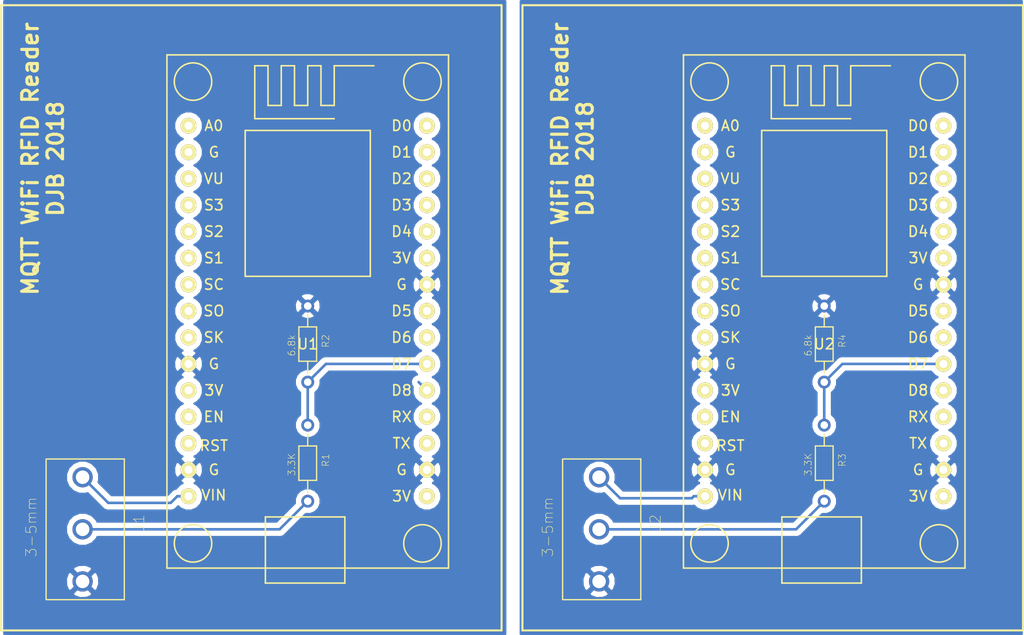
<source format=kicad_pcb>
(kicad_pcb (version 20171130) (host pcbnew 5.0.2-bee76a0~70~ubuntu16.04.1)

  (general
    (thickness 1.6)
    (drawings 10)
    (tracks 20)
    (zones 0)
    (modules 8)
    (nets 57)
  )

  (page A4)
  (layers
    (0 F.Cu signal)
    (31 B.Cu signal)
    (32 B.Adhes user)
    (33 F.Adhes user)
    (34 B.Paste user)
    (35 F.Paste user)
    (36 B.SilkS user)
    (37 F.SilkS user)
    (38 B.Mask user)
    (39 F.Mask user)
    (40 Dwgs.User user)
    (41 Cmts.User user)
    (42 Eco1.User user)
    (43 Eco2.User user)
    (44 Edge.Cuts user)
    (45 Margin user)
    (46 B.CrtYd user)
    (47 F.CrtYd user)
    (48 B.Fab user)
    (49 F.Fab user)
  )

  (setup
    (last_trace_width 0.25)
    (trace_clearance 0.2)
    (zone_clearance 0.508)
    (zone_45_only no)
    (trace_min 0.2)
    (segment_width 0.2)
    (edge_width 0.1)
    (via_size 0.8)
    (via_drill 0.4)
    (via_min_size 0.4)
    (via_min_drill 0.3)
    (uvia_size 0.3)
    (uvia_drill 0.1)
    (uvias_allowed no)
    (uvia_min_size 0.2)
    (uvia_min_drill 0.1)
    (pcb_text_width 0.3)
    (pcb_text_size 1.5 1.5)
    (mod_edge_width 0.15)
    (mod_text_size 1 1)
    (mod_text_width 0.15)
    (pad_size 1.5 1.5)
    (pad_drill 0.6)
    (pad_to_mask_clearance 0)
    (solder_mask_min_width 0.25)
    (aux_axis_origin 0 0)
    (visible_elements FFFFFF7F)
    (pcbplotparams
      (layerselection 0x010f0_ffffffff)
      (usegerberextensions false)
      (usegerberattributes false)
      (usegerberadvancedattributes false)
      (creategerberjobfile false)
      (excludeedgelayer true)
      (linewidth 0.100000)
      (plotframeref false)
      (viasonmask false)
      (mode 1)
      (useauxorigin false)
      (hpglpennumber 1)
      (hpglpenspeed 20)
      (hpglpendiameter 15.000000)
      (psnegative false)
      (psa4output false)
      (plotreference true)
      (plotvalue true)
      (plotinvisibletext false)
      (padsonsilk false)
      (subtractmaskfromsilk false)
      (outputformat 1)
      (mirror false)
      (drillshape 0)
      (scaleselection 1)
      (outputdirectory ""))
  )

  (net 0 "")
  (net 1 "Net-(J1-Pad2)")
  (net 2 "Net-(J2-Pad2)")
  (net 3 "Net-(R1-Pad1)")
  (net 4 "Net-(R3-Pad1)")
  (net 5 "Net-(U1-Pad1)")
  (net 6 "Net-(U1-Pad2)")
  (net 7 "Net-(U1-Pad3)")
  (net 8 "Net-(U1-Pad4)")
  (net 9 "Net-(U1-Pad5)")
  (net 10 "Net-(U1-Pad6)")
  (net 11 "Net-(U1-Pad7)")
  (net 12 "Net-(U1-Pad8)")
  (net 13 "Net-(U1-Pad9)")
  (net 14 "Net-(U1-Pad11)")
  (net 15 "Net-(U1-Pad12)")
  (net 16 "Net-(U1-Pad13)")
  (net 17 "Net-(U1-Pad16)")
  (net 18 "Net-(U1-Pad18)")
  (net 19 "Net-(U1-Pad19)")
  (net 20 "Net-(U1-Pad22)")
  (net 21 "Net-(U1-Pad23)")
  (net 22 "Net-(U1-Pad25)")
  (net 23 "Net-(U1-Pad26)")
  (net 24 "Net-(U1-Pad27)")
  (net 25 "Net-(U1-Pad28)")
  (net 26 "Net-(U1-Pad29)")
  (net 27 "Net-(U1-Pad30)")
  (net 28 "Net-(U2-Pad30)")
  (net 29 "Net-(U2-Pad29)")
  (net 30 "Net-(U2-Pad28)")
  (net 31 "Net-(U2-Pad27)")
  (net 32 "Net-(U2-Pad26)")
  (net 33 "Net-(U2-Pad25)")
  (net 34 "Net-(U2-Pad23)")
  (net 35 "Net-(U2-Pad22)")
  (net 36 "Net-(U2-Pad19)")
  (net 37 "Net-(U2-Pad18)")
  (net 38 "Net-(U2-Pad16)")
  (net 39 "Net-(U2-Pad13)")
  (net 40 "Net-(U2-Pad12)")
  (net 41 "Net-(U2-Pad11)")
  (net 42 "Net-(U2-Pad9)")
  (net 43 "Net-(U2-Pad8)")
  (net 44 "Net-(U2-Pad7)")
  (net 45 "Net-(U2-Pad6)")
  (net 46 "Net-(U2-Pad5)")
  (net 47 "Net-(U2-Pad4)")
  (net 48 "Net-(U2-Pad3)")
  (net 49 "Net-(U2-Pad2)")
  (net 50 "Net-(U2-Pad1)")
  (net 51 VCC1)
  (net 52 GND1)
  (net 53 GND2)
  (net 54 VCC2)
  (net 55 "Net-(U1-Pad20)")
  (net 56 "Net-(U2-Pad20)")

  (net_class Default "This is the default net class."
    (clearance 0.2)
    (trace_width 0.25)
    (via_dia 0.8)
    (via_drill 0.4)
    (uvia_dia 0.3)
    (uvia_drill 0.1)
    (add_net GND1)
    (add_net GND2)
    (add_net "Net-(J1-Pad2)")
    (add_net "Net-(J2-Pad2)")
    (add_net "Net-(R1-Pad1)")
    (add_net "Net-(R3-Pad1)")
    (add_net "Net-(U1-Pad1)")
    (add_net "Net-(U1-Pad11)")
    (add_net "Net-(U1-Pad12)")
    (add_net "Net-(U1-Pad13)")
    (add_net "Net-(U1-Pad16)")
    (add_net "Net-(U1-Pad18)")
    (add_net "Net-(U1-Pad19)")
    (add_net "Net-(U1-Pad2)")
    (add_net "Net-(U1-Pad20)")
    (add_net "Net-(U1-Pad22)")
    (add_net "Net-(U1-Pad23)")
    (add_net "Net-(U1-Pad25)")
    (add_net "Net-(U1-Pad26)")
    (add_net "Net-(U1-Pad27)")
    (add_net "Net-(U1-Pad28)")
    (add_net "Net-(U1-Pad29)")
    (add_net "Net-(U1-Pad3)")
    (add_net "Net-(U1-Pad30)")
    (add_net "Net-(U1-Pad4)")
    (add_net "Net-(U1-Pad5)")
    (add_net "Net-(U1-Pad6)")
    (add_net "Net-(U1-Pad7)")
    (add_net "Net-(U1-Pad8)")
    (add_net "Net-(U1-Pad9)")
    (add_net "Net-(U2-Pad1)")
    (add_net "Net-(U2-Pad11)")
    (add_net "Net-(U2-Pad12)")
    (add_net "Net-(U2-Pad13)")
    (add_net "Net-(U2-Pad16)")
    (add_net "Net-(U2-Pad18)")
    (add_net "Net-(U2-Pad19)")
    (add_net "Net-(U2-Pad2)")
    (add_net "Net-(U2-Pad20)")
    (add_net "Net-(U2-Pad22)")
    (add_net "Net-(U2-Pad23)")
    (add_net "Net-(U2-Pad25)")
    (add_net "Net-(U2-Pad26)")
    (add_net "Net-(U2-Pad27)")
    (add_net "Net-(U2-Pad28)")
    (add_net "Net-(U2-Pad29)")
    (add_net "Net-(U2-Pad3)")
    (add_net "Net-(U2-Pad30)")
    (add_net "Net-(U2-Pad4)")
    (add_net "Net-(U2-Pad5)")
    (add_net "Net-(U2-Pad6)")
    (add_net "Net-(U2-Pad7)")
    (add_net "Net-(U2-Pad8)")
    (add_net "Net-(U2-Pad9)")
    (add_net VCC1)
    (add_net VCC2)
  )

  (module lib:691214110003 (layer F.Cu) (tedit 5C0BE773) (tstamp 5C0EEB47)
    (at 83.82 114.3 270)
    (descr "5.0mm 3 Pins")
    (path /5C0DF234)
    (fp_text reference J1 (at -0.602 -5.4119 270) (layer F.SilkS)
      (effects (font (size 1 1) (thickness 0.05)))
    )
    (fp_text value 3-5mm (at -0.217 4.92 270) (layer F.SilkS)
      (effects (font (size 1 1) (thickness 0.05)))
    )
    (fp_line (start 6.75 -4) (end -6.75 -4) (layer F.SilkS) (width 0.127))
    (fp_line (start -6.75 -4) (end -6.75 3.4) (layer F.SilkS) (width 0.127))
    (fp_line (start 6.75 3.4) (end 6.75 -4) (layer F.SilkS) (width 0.127))
    (fp_text user 1 (at -4 2.75 270) (layer Edge.Cuts)
      (effects (font (size 1 1) (thickness 0.05)))
    )
    (fp_line (start 6.75 3.5) (end -6.75 3.5) (layer F.SilkS) (width 0.127))
    (pad 2 thru_hole circle (at 0 0 270) (size 1.95 1.95) (drill 1.3) (layers *.Cu *.Mask)
      (net 1 "Net-(J1-Pad2)"))
    (pad 1 thru_hole circle (at -5 0 270) (size 1.95 1.95) (drill 1.3) (layers *.Cu *.Mask)
      (net 51 VCC1))
    (pad 3 thru_hole circle (at 5 0 270) (size 1.95 1.95) (drill 1.3) (layers *.Cu *.Mask)
      (net 52 GND1))
  )

  (module lib:691214110003 (layer F.Cu) (tedit 5C0BE773) (tstamp 5C0EEB53)
    (at 133.35 114.3 270)
    (descr "5.0mm 3 Pins")
    (path /5C0EF0E7)
    (fp_text reference J2 (at -0.602 -5.4119 270) (layer F.SilkS)
      (effects (font (size 1 1) (thickness 0.05)))
    )
    (fp_text value 3-5mm (at -0.217 4.92 270) (layer F.SilkS)
      (effects (font (size 1 1) (thickness 0.05)))
    )
    (fp_line (start 6.75 3.5) (end -6.75 3.5) (layer F.SilkS) (width 0.127))
    (fp_text user 1 (at -4 2.75 270) (layer Edge.Cuts)
      (effects (font (size 1 1) (thickness 0.05)))
    )
    (fp_line (start 6.75 3.4) (end 6.75 -4) (layer F.SilkS) (width 0.127))
    (fp_line (start -6.75 -4) (end -6.75 3.4) (layer F.SilkS) (width 0.127))
    (fp_line (start 6.75 -4) (end -6.75 -4) (layer F.SilkS) (width 0.127))
    (pad 3 thru_hole circle (at 5 0 270) (size 1.95 1.95) (drill 1.3) (layers *.Cu *.Mask)
      (net 53 GND2))
    (pad 1 thru_hole circle (at -5 0 270) (size 1.95 1.95) (drill 1.3) (layers *.Cu *.Mask)
      (net 54 VCC2))
    (pad 2 thru_hole circle (at 0 0 270) (size 1.95 1.95) (drill 1.3) (layers *.Cu *.Mask)
      (net 2 "Net-(J2-Pad2)"))
  )

  (module lib:RES (layer F.Cu) (tedit 5C0BDC99) (tstamp 5C0EEB69)
    (at 105.41 107.95 270)
    (path /5C0DF121)
    (fp_text reference R1 (at -0.287256 -1.7236 270) (layer F.SilkS)
      (effects (font (size 0.658021 0.658021) (thickness 0.05)))
    )
    (fp_text value 3.3K (at 0.130335 1.53826 270) (layer F.SilkS)
      (effects (font (size 0.656928 0.656928) (thickness 0.05)))
    )
    (fp_line (start -4.4 1.1) (end -4.4 -1.1) (layer Eco1.User) (width 0.05))
    (fp_line (start 4.4 1.1) (end -4.4 1.1) (layer Eco1.User) (width 0.05))
    (fp_line (start 4.4 -1.1) (end 4.4 1.1) (layer Eco1.User) (width 0.05))
    (fp_line (start -4.4 -1.1) (end 4.4 -1.1) (layer Eco1.User) (width 0.05))
    (fp_line (start -1.65 0.85) (end -1.65 -0.85) (layer Dwgs.User) (width 0.127))
    (fp_line (start 1.65 0.85) (end -1.65 0.85) (layer Dwgs.User) (width 0.127))
    (fp_line (start 1.65 -0.85) (end 1.65 0.85) (layer Dwgs.User) (width 0.127))
    (fp_line (start -1.65 -0.85) (end 1.65 -0.85) (layer Dwgs.User) (width 0.127))
    (fp_line (start 1.65 0) (end 2.8 0) (layer F.SilkS) (width 0.127))
    (fp_line (start -1.65 0) (end -2.8 0) (layer F.SilkS) (width 0.127))
    (fp_line (start -1.65 0) (end -1.65 -0.85) (layer F.SilkS) (width 0.127))
    (fp_line (start -1.65 0.85) (end -1.65 0) (layer F.SilkS) (width 0.127))
    (fp_line (start 1.65 0.85) (end -1.65 0.85) (layer F.SilkS) (width 0.127))
    (fp_line (start 1.65 0) (end 1.65 0.85) (layer F.SilkS) (width 0.127))
    (fp_line (start 1.65 -0.85) (end 1.65 0) (layer F.SilkS) (width 0.127))
    (fp_line (start -1.65 -0.85) (end 1.65 -0.85) (layer F.SilkS) (width 0.127))
    (pad 2 thru_hole circle (at 3.65 0 270) (size 1.238 1.238) (drill 0.73) (layers *.Cu *.Mask)
      (net 1 "Net-(J1-Pad2)"))
    (pad 1 thru_hole circle (at -3.65 0 270) (size 1.238 1.238) (drill 0.73) (layers *.Cu *.Mask)
      (net 3 "Net-(R1-Pad1)"))
  )

  (module lib:RES (layer F.Cu) (tedit 5C0BDC99) (tstamp 5C0EEB7F)
    (at 105.41 96.52 270)
    (path /5C0DF07D)
    (fp_text reference R2 (at -0.287256 -1.7236 270) (layer F.SilkS)
      (effects (font (size 0.658021 0.658021) (thickness 0.05)))
    )
    (fp_text value 6.8k (at 0.130335 1.53826 270) (layer F.SilkS)
      (effects (font (size 0.656928 0.656928) (thickness 0.05)))
    )
    (fp_line (start -1.65 -0.85) (end 1.65 -0.85) (layer F.SilkS) (width 0.127))
    (fp_line (start 1.65 -0.85) (end 1.65 0) (layer F.SilkS) (width 0.127))
    (fp_line (start 1.65 0) (end 1.65 0.85) (layer F.SilkS) (width 0.127))
    (fp_line (start 1.65 0.85) (end -1.65 0.85) (layer F.SilkS) (width 0.127))
    (fp_line (start -1.65 0.85) (end -1.65 0) (layer F.SilkS) (width 0.127))
    (fp_line (start -1.65 0) (end -1.65 -0.85) (layer F.SilkS) (width 0.127))
    (fp_line (start -1.65 0) (end -2.8 0) (layer F.SilkS) (width 0.127))
    (fp_line (start 1.65 0) (end 2.8 0) (layer F.SilkS) (width 0.127))
    (fp_line (start -1.65 -0.85) (end 1.65 -0.85) (layer Dwgs.User) (width 0.127))
    (fp_line (start 1.65 -0.85) (end 1.65 0.85) (layer Dwgs.User) (width 0.127))
    (fp_line (start 1.65 0.85) (end -1.65 0.85) (layer Dwgs.User) (width 0.127))
    (fp_line (start -1.65 0.85) (end -1.65 -0.85) (layer Dwgs.User) (width 0.127))
    (fp_line (start -4.4 -1.1) (end 4.4 -1.1) (layer Eco1.User) (width 0.05))
    (fp_line (start 4.4 -1.1) (end 4.4 1.1) (layer Eco1.User) (width 0.05))
    (fp_line (start 4.4 1.1) (end -4.4 1.1) (layer Eco1.User) (width 0.05))
    (fp_line (start -4.4 1.1) (end -4.4 -1.1) (layer Eco1.User) (width 0.05))
    (pad 1 thru_hole circle (at -3.65 0 270) (size 1.238 1.238) (drill 0.73) (layers *.Cu *.Mask)
      (net 52 GND1))
    (pad 2 thru_hole circle (at 3.65 0 270) (size 1.238 1.238) (drill 0.73) (layers *.Cu *.Mask)
      (net 3 "Net-(R1-Pad1)"))
  )

  (module lib:RES (layer F.Cu) (tedit 5C0BDC99) (tstamp 5C0EEB95)
    (at 154.94 107.95 270)
    (path /5C0EF0DB)
    (fp_text reference R3 (at -0.287256 -1.7236 270) (layer F.SilkS)
      (effects (font (size 0.658021 0.658021) (thickness 0.05)))
    )
    (fp_text value 3.3K (at 0.130335 1.53826 270) (layer F.SilkS)
      (effects (font (size 0.656928 0.656928) (thickness 0.05)))
    )
    (fp_line (start -4.4 1.1) (end -4.4 -1.1) (layer Eco1.User) (width 0.05))
    (fp_line (start 4.4 1.1) (end -4.4 1.1) (layer Eco1.User) (width 0.05))
    (fp_line (start 4.4 -1.1) (end 4.4 1.1) (layer Eco1.User) (width 0.05))
    (fp_line (start -4.4 -1.1) (end 4.4 -1.1) (layer Eco1.User) (width 0.05))
    (fp_line (start -1.65 0.85) (end -1.65 -0.85) (layer Dwgs.User) (width 0.127))
    (fp_line (start 1.65 0.85) (end -1.65 0.85) (layer Dwgs.User) (width 0.127))
    (fp_line (start 1.65 -0.85) (end 1.65 0.85) (layer Dwgs.User) (width 0.127))
    (fp_line (start -1.65 -0.85) (end 1.65 -0.85) (layer Dwgs.User) (width 0.127))
    (fp_line (start 1.65 0) (end 2.8 0) (layer F.SilkS) (width 0.127))
    (fp_line (start -1.65 0) (end -2.8 0) (layer F.SilkS) (width 0.127))
    (fp_line (start -1.65 0) (end -1.65 -0.85) (layer F.SilkS) (width 0.127))
    (fp_line (start -1.65 0.85) (end -1.65 0) (layer F.SilkS) (width 0.127))
    (fp_line (start 1.65 0.85) (end -1.65 0.85) (layer F.SilkS) (width 0.127))
    (fp_line (start 1.65 0) (end 1.65 0.85) (layer F.SilkS) (width 0.127))
    (fp_line (start 1.65 -0.85) (end 1.65 0) (layer F.SilkS) (width 0.127))
    (fp_line (start -1.65 -0.85) (end 1.65 -0.85) (layer F.SilkS) (width 0.127))
    (pad 2 thru_hole circle (at 3.65 0 270) (size 1.238 1.238) (drill 0.73) (layers *.Cu *.Mask)
      (net 2 "Net-(J2-Pad2)"))
    (pad 1 thru_hole circle (at -3.65 0 270) (size 1.238 1.238) (drill 0.73) (layers *.Cu *.Mask)
      (net 4 "Net-(R3-Pad1)"))
  )

  (module lib:RES (layer F.Cu) (tedit 5C0BDC99) (tstamp 5C0EEBAB)
    (at 154.94 96.52 270)
    (path /5C0EF0D4)
    (fp_text reference R4 (at -0.287256 -1.7236 270) (layer F.SilkS)
      (effects (font (size 0.658021 0.658021) (thickness 0.05)))
    )
    (fp_text value 6.8k (at 0.130335 1.53826 270) (layer F.SilkS)
      (effects (font (size 0.656928 0.656928) (thickness 0.05)))
    )
    (fp_line (start -1.65 -0.85) (end 1.65 -0.85) (layer F.SilkS) (width 0.127))
    (fp_line (start 1.65 -0.85) (end 1.65 0) (layer F.SilkS) (width 0.127))
    (fp_line (start 1.65 0) (end 1.65 0.85) (layer F.SilkS) (width 0.127))
    (fp_line (start 1.65 0.85) (end -1.65 0.85) (layer F.SilkS) (width 0.127))
    (fp_line (start -1.65 0.85) (end -1.65 0) (layer F.SilkS) (width 0.127))
    (fp_line (start -1.65 0) (end -1.65 -0.85) (layer F.SilkS) (width 0.127))
    (fp_line (start -1.65 0) (end -2.8 0) (layer F.SilkS) (width 0.127))
    (fp_line (start 1.65 0) (end 2.8 0) (layer F.SilkS) (width 0.127))
    (fp_line (start -1.65 -0.85) (end 1.65 -0.85) (layer Dwgs.User) (width 0.127))
    (fp_line (start 1.65 -0.85) (end 1.65 0.85) (layer Dwgs.User) (width 0.127))
    (fp_line (start 1.65 0.85) (end -1.65 0.85) (layer Dwgs.User) (width 0.127))
    (fp_line (start -1.65 0.85) (end -1.65 -0.85) (layer Dwgs.User) (width 0.127))
    (fp_line (start -4.4 -1.1) (end 4.4 -1.1) (layer Eco1.User) (width 0.05))
    (fp_line (start 4.4 -1.1) (end 4.4 1.1) (layer Eco1.User) (width 0.05))
    (fp_line (start 4.4 1.1) (end -4.4 1.1) (layer Eco1.User) (width 0.05))
    (fp_line (start -4.4 1.1) (end -4.4 -1.1) (layer Eco1.User) (width 0.05))
    (pad 1 thru_hole circle (at -3.65 0 270) (size 1.238 1.238) (drill 0.73) (layers *.Cu *.Mask)
      (net 53 GND2))
    (pad 2 thru_hole circle (at 3.65 0 270) (size 1.238 1.238) (drill 0.73) (layers *.Cu *.Mask)
      (net 4 "Net-(R3-Pad1)"))
  )

  (module lib:NodeMCU (layer F.Cu) (tedit 5C0E6F46) (tstamp 5C0EEC0A)
    (at 105.41 96.52)
    (path /5C0DEFBF)
    (fp_text reference U1 (at 0 0) (layer F.SilkS)
      (effects (font (size 1 1) (thickness 0.15)))
    )
    (fp_text value "NodeMCU_1.0_(ESP-12E)" (at 0 -2.54) (layer F.Fab)
      (effects (font (size 1 1) (thickness 0.15)))
    )
    (fp_line (start -6 -20.5) (end 6 -20.5) (layer F.SilkS) (width 0.15))
    (fp_line (start 6 -20.5) (end 6 -6.5) (layer F.SilkS) (width 0.15))
    (fp_line (start 6 -6.5) (end -6 -6.5) (layer F.SilkS) (width 0.15))
    (fp_line (start -6 -6.5) (end -6 -20.5) (layer F.SilkS) (width 0.15))
    (fp_line (start 2.54 -21.63) (end -5.08 -21.63) (layer F.SilkS) (width 0.15))
    (fp_line (start -5.08 -21.63) (end -5.08 -26.71) (layer F.SilkS) (width 0.15))
    (fp_line (start -5.08 -26.71) (end -3.81 -26.71) (layer F.SilkS) (width 0.15))
    (fp_line (start -3.81 -26.71) (end -3.81 -22.9) (layer F.SilkS) (width 0.15))
    (fp_line (start -3.81 -22.9) (end -2.54 -22.9) (layer F.SilkS) (width 0.15))
    (fp_line (start -2.54 -22.9) (end -2.54 -26.71) (layer F.SilkS) (width 0.15))
    (fp_line (start -2.54 -26.71) (end -1.27 -26.71) (layer F.SilkS) (width 0.15))
    (fp_line (start -1.27 -26.71) (end -1.27 -22.9) (layer F.SilkS) (width 0.15))
    (fp_line (start -1.27 -22.9) (end 0 -22.9) (layer F.SilkS) (width 0.15))
    (fp_line (start 0 -22.9) (end 0 -26.71) (layer F.SilkS) (width 0.15))
    (fp_line (start 0 -26.71) (end 1.27 -26.71) (layer F.SilkS) (width 0.15))
    (fp_line (start 1.27 -26.71) (end 1.27 -22.9) (layer F.SilkS) (width 0.15))
    (fp_line (start 1.27 -22.9) (end 2.54 -22.9) (layer F.SilkS) (width 0.15))
    (fp_line (start 2.54 -22.9) (end 2.54 -26.71) (layer F.SilkS) (width 0.15))
    (fp_line (start 2.54 -26.71) (end 6.35 -26.71) (layer F.SilkS) (width 0.15))
    (fp_line (start -4.06 22.94) (end 3.56 22.94) (layer F.SilkS) (width 0.15))
    (fp_line (start 3.56 22.94) (end 3.56 16.59) (layer F.SilkS) (width 0.15))
    (fp_line (start 3.56 16.59) (end -4.06 16.59) (layer F.SilkS) (width 0.15))
    (fp_line (start -4.06 16.59) (end -4.06 22.94) (layer F.SilkS) (width 0.15))
    (fp_text user VIN (at -9 14.5) (layer F.SilkS)
      (effects (font (size 1 1) (thickness 0.15)))
    )
    (fp_text user G (at -9 12.065) (layer F.SilkS)
      (effects (font (size 1 1) (thickness 0.15)))
    )
    (fp_text user RST (at -9 9.75) (layer F.SilkS)
      (effects (font (size 1 1) (thickness 0.15)))
    )
    (fp_text user EN (at -9 6.985) (layer F.SilkS)
      (effects (font (size 1 1) (thickness 0.15)))
    )
    (fp_text user 3V (at -9 4.445) (layer F.SilkS)
      (effects (font (size 1 1) (thickness 0.15)))
    )
    (fp_text user G (at -9 1.905) (layer F.SilkS)
      (effects (font (size 1 1) (thickness 0.15)))
    )
    (fp_text user SK (at -9 -0.635) (layer F.SilkS)
      (effects (font (size 1 1) (thickness 0.15)))
    )
    (fp_text user SO (at -9 -3.175) (layer F.SilkS)
      (effects (font (size 1 1) (thickness 0.15)))
    )
    (fp_text user SC (at -9 -5.715) (layer F.SilkS)
      (effects (font (size 1 1) (thickness 0.15)))
    )
    (fp_text user S1 (at -9 -8.255) (layer F.SilkS)
      (effects (font (size 1 1) (thickness 0.15)))
    )
    (fp_text user S2 (at -9 -10.795) (layer F.SilkS)
      (effects (font (size 1 1) (thickness 0.15)))
    )
    (fp_text user S3 (at -9 -13.335) (layer F.SilkS)
      (effects (font (size 1 1) (thickness 0.15)))
    )
    (fp_text user VU (at -9 -15.875) (layer F.SilkS)
      (effects (font (size 1 1) (thickness 0.15)))
    )
    (fp_text user G (at -9 -18.415) (layer F.SilkS)
      (effects (font (size 1 1) (thickness 0.15)))
    )
    (fp_text user A0 (at -9 -20.955) (layer F.SilkS)
      (effects (font (size 1 1) (thickness 0.15)))
    )
    (fp_text user 3V (at 9 14.605) (layer F.SilkS)
      (effects (font (size 1 1) (thickness 0.15)))
    )
    (fp_text user G (at 9 12.065) (layer F.SilkS)
      (effects (font (size 1 1) (thickness 0.15)))
    )
    (fp_text user TX (at 9 9.525) (layer F.SilkS)
      (effects (font (size 1 1) (thickness 0.15)))
    )
    (fp_text user RX (at 9 6.985) (layer F.SilkS)
      (effects (font (size 1 1) (thickness 0.15)))
    )
    (fp_text user D8 (at 9 4.445) (layer F.SilkS)
      (effects (font (size 1 1) (thickness 0.15)))
    )
    (fp_text user D7 (at 9 1.905) (layer F.SilkS)
      (effects (font (size 1 1) (thickness 0.15)))
    )
    (fp_text user D6 (at 9 -0.635) (layer F.SilkS)
      (effects (font (size 1 1) (thickness 0.15)))
    )
    (fp_text user D5 (at 9 -3.175) (layer F.SilkS)
      (effects (font (size 1 1) (thickness 0.15)))
    )
    (fp_text user G (at 9 -5.715) (layer F.SilkS)
      (effects (font (size 1 1) (thickness 0.15)))
    )
    (fp_text user 3V (at 9 -8.255) (layer F.SilkS)
      (effects (font (size 1 1) (thickness 0.15)))
    )
    (fp_text user D4 (at 9 -10.795) (layer F.SilkS)
      (effects (font (size 1 1) (thickness 0.15)))
    )
    (fp_text user D3 (at 9 -13.335) (layer F.SilkS)
      (effects (font (size 1 1) (thickness 0.15)))
    )
    (fp_text user D2 (at 9 -15.875) (layer F.SilkS)
      (effects (font (size 1 1) (thickness 0.15)))
    )
    (fp_text user D1 (at 9 -18.415) (layer F.SilkS)
      (effects (font (size 1 1) (thickness 0.15)))
    )
    (fp_text user D0 (at 9 -20.955) (layer F.SilkS)
      (effects (font (size 1 1) (thickness 0.15)))
    )
    (fp_circle (center 11 19.13) (end 12.796051 19.13) (layer F.SilkS) (width 0.15))
    (fp_circle (center -11 19.13) (end -9.203949 19.13) (layer F.SilkS) (width 0.15))
    (fp_circle (center -11 -25.19) (end -9.203949 -25.19) (layer F.SilkS) (width 0.15))
    (fp_circle (center 11 -25.19) (end 12.796051 -25.19) (layer F.SilkS) (width 0.15))
    (fp_line (start 13.5 -27.75) (end -13.5 -27.75) (layer F.SilkS) (width 0.15))
    (fp_line (start -13.5 -27.75) (end -13.5 21.5) (layer F.SilkS) (width 0.15))
    (fp_line (start -13.5 21.5) (end 13.5 21.5) (layer F.SilkS) (width 0.15))
    (fp_line (start 13.5 21.5) (end 13.5 -27.75) (layer F.SilkS) (width 0.15))
    (pad 1 thru_hole circle (at -11.43 -20.955) (size 1.524 1.524) (drill 0.762) (layers *.Cu *.Mask F.SilkS)
      (net 5 "Net-(U1-Pad1)"))
    (pad 2 thru_hole circle (at -11.43 -18.415) (size 1.524 1.524) (drill 0.762) (layers *.Cu *.Mask F.SilkS)
      (net 6 "Net-(U1-Pad2)"))
    (pad 3 thru_hole circle (at -11.43 -15.875) (size 1.524 1.524) (drill 0.762) (layers *.Cu *.Mask F.SilkS)
      (net 7 "Net-(U1-Pad3)"))
    (pad 4 thru_hole circle (at -11.43 -13.335) (size 1.524 1.524) (drill 0.762) (layers *.Cu *.Mask F.SilkS)
      (net 8 "Net-(U1-Pad4)"))
    (pad 5 thru_hole circle (at -11.43 -10.795) (size 1.524 1.524) (drill 0.762) (layers *.Cu *.Mask F.SilkS)
      (net 9 "Net-(U1-Pad5)"))
    (pad 6 thru_hole circle (at -11.43 -8.255) (size 1.524 1.524) (drill 0.762) (layers *.Cu *.Mask F.SilkS)
      (net 10 "Net-(U1-Pad6)"))
    (pad 7 thru_hole circle (at -11.43 -5.715) (size 1.524 1.524) (drill 0.762) (layers *.Cu *.Mask F.SilkS)
      (net 11 "Net-(U1-Pad7)"))
    (pad 8 thru_hole circle (at -11.43 -3.175) (size 1.524 1.524) (drill 0.762) (layers *.Cu *.Mask F.SilkS)
      (net 12 "Net-(U1-Pad8)"))
    (pad 9 thru_hole circle (at -11.43 -0.635) (size 1.524 1.524) (drill 0.762) (layers *.Cu *.Mask F.SilkS)
      (net 13 "Net-(U1-Pad9)"))
    (pad 10 thru_hole circle (at -11.43 1.905) (size 1.524 1.524) (drill 0.762) (layers *.Cu *.Mask F.SilkS)
      (net 52 GND1))
    (pad 11 thru_hole circle (at -11.43 4.445) (size 1.524 1.524) (drill 0.762) (layers *.Cu *.Mask F.SilkS)
      (net 14 "Net-(U1-Pad11)"))
    (pad 12 thru_hole circle (at -11.43 6.985) (size 1.524 1.524) (drill 0.762) (layers *.Cu *.Mask F.SilkS)
      (net 15 "Net-(U1-Pad12)"))
    (pad 13 thru_hole circle (at -11.43 9.525) (size 1.524 1.524) (drill 0.762) (layers *.Cu *.Mask F.SilkS)
      (net 16 "Net-(U1-Pad13)"))
    (pad 14 thru_hole circle (at -11.43 12.065) (size 1.524 1.524) (drill 0.762) (layers *.Cu *.Mask F.SilkS)
      (net 52 GND1))
    (pad 15 thru_hole circle (at -11.43 14.605) (size 1.524 1.524) (drill 0.762) (layers *.Cu *.Mask F.SilkS)
      (net 51 VCC1))
    (pad 16 thru_hole circle (at 11.43 14.605) (size 1.524 1.524) (drill 0.762) (layers *.Cu *.Mask F.SilkS)
      (net 17 "Net-(U1-Pad16)"))
    (pad 17 thru_hole circle (at 11.43 12.065) (size 1.524 1.524) (drill 0.762) (layers *.Cu *.Mask F.SilkS)
      (net 52 GND1))
    (pad 18 thru_hole circle (at 11.43 9.525) (size 1.524 1.524) (drill 0.762) (layers *.Cu *.Mask F.SilkS)
      (net 18 "Net-(U1-Pad18)"))
    (pad 19 thru_hole circle (at 11.43 6.985) (size 1.524 1.524) (drill 0.762) (layers *.Cu *.Mask F.SilkS)
      (net 19 "Net-(U1-Pad19)"))
    (pad 20 thru_hole circle (at 11.43 4.445) (size 1.524 1.524) (drill 0.762) (layers *.Cu *.Mask F.SilkS)
      (net 55 "Net-(U1-Pad20)"))
    (pad 21 thru_hole circle (at 11.43 1.905) (size 1.524 1.524) (drill 0.762) (layers *.Cu *.Mask F.SilkS)
      (net 3 "Net-(R1-Pad1)"))
    (pad 22 thru_hole circle (at 11.43 -0.635) (size 1.524 1.524) (drill 0.762) (layers *.Cu *.Mask F.SilkS)
      (net 20 "Net-(U1-Pad22)"))
    (pad 23 thru_hole circle (at 11.43 -3.175) (size 1.524 1.524) (drill 0.762) (layers *.Cu *.Mask F.SilkS)
      (net 21 "Net-(U1-Pad23)"))
    (pad 24 thru_hole circle (at 11.43 -5.715) (size 1.524 1.524) (drill 0.762) (layers *.Cu *.Mask F.SilkS)
      (net 52 GND1))
    (pad 25 thru_hole circle (at 11.43 -8.255) (size 1.524 1.524) (drill 0.762) (layers *.Cu *.Mask F.SilkS)
      (net 22 "Net-(U1-Pad25)"))
    (pad 26 thru_hole circle (at 11.43 -10.795) (size 1.524 1.524) (drill 0.762) (layers *.Cu *.Mask F.SilkS)
      (net 23 "Net-(U1-Pad26)"))
    (pad 27 thru_hole circle (at 11.43 -13.335) (size 1.524 1.524) (drill 0.762) (layers *.Cu *.Mask F.SilkS)
      (net 24 "Net-(U1-Pad27)"))
    (pad 28 thru_hole circle (at 11.43 -15.875) (size 1.524 1.524) (drill 0.762) (layers *.Cu *.Mask F.SilkS)
      (net 25 "Net-(U1-Pad28)"))
    (pad 29 thru_hole circle (at 11.43 -18.415) (size 1.524 1.524) (drill 0.762) (layers *.Cu *.Mask F.SilkS)
      (net 26 "Net-(U1-Pad29)"))
    (pad 30 thru_hole circle (at 11.43 -20.955) (size 1.524 1.524) (drill 0.762) (layers *.Cu *.Mask F.SilkS)
      (net 27 "Net-(U1-Pad30)"))
  )

  (module lib:NodeMCU (layer F.Cu) (tedit 5C0E6F46) (tstamp 5C0EEC69)
    (at 154.94 96.52)
    (path /5C0EF0CD)
    (fp_text reference U2 (at 0 0) (layer F.SilkS)
      (effects (font (size 1 1) (thickness 0.15)))
    )
    (fp_text value "NodeMCU_1.0_(ESP-12E)" (at 0 -2.54) (layer F.Fab)
      (effects (font (size 1 1) (thickness 0.15)))
    )
    (fp_line (start 13.5 21.5) (end 13.5 -27.75) (layer F.SilkS) (width 0.15))
    (fp_line (start -13.5 21.5) (end 13.5 21.5) (layer F.SilkS) (width 0.15))
    (fp_line (start -13.5 -27.75) (end -13.5 21.5) (layer F.SilkS) (width 0.15))
    (fp_line (start 13.5 -27.75) (end -13.5 -27.75) (layer F.SilkS) (width 0.15))
    (fp_circle (center 11 -25.19) (end 12.796051 -25.19) (layer F.SilkS) (width 0.15))
    (fp_circle (center -11 -25.19) (end -9.203949 -25.19) (layer F.SilkS) (width 0.15))
    (fp_circle (center -11 19.13) (end -9.203949 19.13) (layer F.SilkS) (width 0.15))
    (fp_circle (center 11 19.13) (end 12.796051 19.13) (layer F.SilkS) (width 0.15))
    (fp_text user D0 (at 9 -20.955) (layer F.SilkS)
      (effects (font (size 1 1) (thickness 0.15)))
    )
    (fp_text user D1 (at 9 -18.415) (layer F.SilkS)
      (effects (font (size 1 1) (thickness 0.15)))
    )
    (fp_text user D2 (at 9 -15.875) (layer F.SilkS)
      (effects (font (size 1 1) (thickness 0.15)))
    )
    (fp_text user D3 (at 9 -13.335) (layer F.SilkS)
      (effects (font (size 1 1) (thickness 0.15)))
    )
    (fp_text user D4 (at 9 -10.795) (layer F.SilkS)
      (effects (font (size 1 1) (thickness 0.15)))
    )
    (fp_text user 3V (at 9 -8.255) (layer F.SilkS)
      (effects (font (size 1 1) (thickness 0.15)))
    )
    (fp_text user G (at 9 -5.715) (layer F.SilkS)
      (effects (font (size 1 1) (thickness 0.15)))
    )
    (fp_text user D5 (at 9 -3.175) (layer F.SilkS)
      (effects (font (size 1 1) (thickness 0.15)))
    )
    (fp_text user D6 (at 9 -0.635) (layer F.SilkS)
      (effects (font (size 1 1) (thickness 0.15)))
    )
    (fp_text user D7 (at 9 1.905) (layer F.SilkS)
      (effects (font (size 1 1) (thickness 0.15)))
    )
    (fp_text user D8 (at 9 4.445) (layer F.SilkS)
      (effects (font (size 1 1) (thickness 0.15)))
    )
    (fp_text user RX (at 9 6.985) (layer F.SilkS)
      (effects (font (size 1 1) (thickness 0.15)))
    )
    (fp_text user TX (at 9 9.525) (layer F.SilkS)
      (effects (font (size 1 1) (thickness 0.15)))
    )
    (fp_text user G (at 9 12.065) (layer F.SilkS)
      (effects (font (size 1 1) (thickness 0.15)))
    )
    (fp_text user 3V (at 9 14.605) (layer F.SilkS)
      (effects (font (size 1 1) (thickness 0.15)))
    )
    (fp_text user A0 (at -9 -20.955) (layer F.SilkS)
      (effects (font (size 1 1) (thickness 0.15)))
    )
    (fp_text user G (at -9 -18.415) (layer F.SilkS)
      (effects (font (size 1 1) (thickness 0.15)))
    )
    (fp_text user VU (at -9 -15.875) (layer F.SilkS)
      (effects (font (size 1 1) (thickness 0.15)))
    )
    (fp_text user S3 (at -9 -13.335) (layer F.SilkS)
      (effects (font (size 1 1) (thickness 0.15)))
    )
    (fp_text user S2 (at -9 -10.795) (layer F.SilkS)
      (effects (font (size 1 1) (thickness 0.15)))
    )
    (fp_text user S1 (at -9 -8.255) (layer F.SilkS)
      (effects (font (size 1 1) (thickness 0.15)))
    )
    (fp_text user SC (at -9 -5.715) (layer F.SilkS)
      (effects (font (size 1 1) (thickness 0.15)))
    )
    (fp_text user SO (at -9 -3.175) (layer F.SilkS)
      (effects (font (size 1 1) (thickness 0.15)))
    )
    (fp_text user SK (at -9 -0.635) (layer F.SilkS)
      (effects (font (size 1 1) (thickness 0.15)))
    )
    (fp_text user G (at -9 1.905) (layer F.SilkS)
      (effects (font (size 1 1) (thickness 0.15)))
    )
    (fp_text user 3V (at -9 4.445) (layer F.SilkS)
      (effects (font (size 1 1) (thickness 0.15)))
    )
    (fp_text user EN (at -9 6.985) (layer F.SilkS)
      (effects (font (size 1 1) (thickness 0.15)))
    )
    (fp_text user RST (at -9 9.75) (layer F.SilkS)
      (effects (font (size 1 1) (thickness 0.15)))
    )
    (fp_text user G (at -9 12.065) (layer F.SilkS)
      (effects (font (size 1 1) (thickness 0.15)))
    )
    (fp_text user VIN (at -9 14.5) (layer F.SilkS)
      (effects (font (size 1 1) (thickness 0.15)))
    )
    (fp_line (start -4.06 16.59) (end -4.06 22.94) (layer F.SilkS) (width 0.15))
    (fp_line (start 3.56 16.59) (end -4.06 16.59) (layer F.SilkS) (width 0.15))
    (fp_line (start 3.56 22.94) (end 3.56 16.59) (layer F.SilkS) (width 0.15))
    (fp_line (start -4.06 22.94) (end 3.56 22.94) (layer F.SilkS) (width 0.15))
    (fp_line (start 2.54 -26.71) (end 6.35 -26.71) (layer F.SilkS) (width 0.15))
    (fp_line (start 2.54 -22.9) (end 2.54 -26.71) (layer F.SilkS) (width 0.15))
    (fp_line (start 1.27 -22.9) (end 2.54 -22.9) (layer F.SilkS) (width 0.15))
    (fp_line (start 1.27 -26.71) (end 1.27 -22.9) (layer F.SilkS) (width 0.15))
    (fp_line (start 0 -26.71) (end 1.27 -26.71) (layer F.SilkS) (width 0.15))
    (fp_line (start 0 -22.9) (end 0 -26.71) (layer F.SilkS) (width 0.15))
    (fp_line (start -1.27 -22.9) (end 0 -22.9) (layer F.SilkS) (width 0.15))
    (fp_line (start -1.27 -26.71) (end -1.27 -22.9) (layer F.SilkS) (width 0.15))
    (fp_line (start -2.54 -26.71) (end -1.27 -26.71) (layer F.SilkS) (width 0.15))
    (fp_line (start -2.54 -22.9) (end -2.54 -26.71) (layer F.SilkS) (width 0.15))
    (fp_line (start -3.81 -22.9) (end -2.54 -22.9) (layer F.SilkS) (width 0.15))
    (fp_line (start -3.81 -26.71) (end -3.81 -22.9) (layer F.SilkS) (width 0.15))
    (fp_line (start -5.08 -26.71) (end -3.81 -26.71) (layer F.SilkS) (width 0.15))
    (fp_line (start -5.08 -21.63) (end -5.08 -26.71) (layer F.SilkS) (width 0.15))
    (fp_line (start 2.54 -21.63) (end -5.08 -21.63) (layer F.SilkS) (width 0.15))
    (fp_line (start -6 -6.5) (end -6 -20.5) (layer F.SilkS) (width 0.15))
    (fp_line (start 6 -6.5) (end -6 -6.5) (layer F.SilkS) (width 0.15))
    (fp_line (start 6 -20.5) (end 6 -6.5) (layer F.SilkS) (width 0.15))
    (fp_line (start -6 -20.5) (end 6 -20.5) (layer F.SilkS) (width 0.15))
    (pad 30 thru_hole circle (at 11.43 -20.955) (size 1.524 1.524) (drill 0.762) (layers *.Cu *.Mask F.SilkS)
      (net 28 "Net-(U2-Pad30)"))
    (pad 29 thru_hole circle (at 11.43 -18.415) (size 1.524 1.524) (drill 0.762) (layers *.Cu *.Mask F.SilkS)
      (net 29 "Net-(U2-Pad29)"))
    (pad 28 thru_hole circle (at 11.43 -15.875) (size 1.524 1.524) (drill 0.762) (layers *.Cu *.Mask F.SilkS)
      (net 30 "Net-(U2-Pad28)"))
    (pad 27 thru_hole circle (at 11.43 -13.335) (size 1.524 1.524) (drill 0.762) (layers *.Cu *.Mask F.SilkS)
      (net 31 "Net-(U2-Pad27)"))
    (pad 26 thru_hole circle (at 11.43 -10.795) (size 1.524 1.524) (drill 0.762) (layers *.Cu *.Mask F.SilkS)
      (net 32 "Net-(U2-Pad26)"))
    (pad 25 thru_hole circle (at 11.43 -8.255) (size 1.524 1.524) (drill 0.762) (layers *.Cu *.Mask F.SilkS)
      (net 33 "Net-(U2-Pad25)"))
    (pad 24 thru_hole circle (at 11.43 -5.715) (size 1.524 1.524) (drill 0.762) (layers *.Cu *.Mask F.SilkS)
      (net 53 GND2))
    (pad 23 thru_hole circle (at 11.43 -3.175) (size 1.524 1.524) (drill 0.762) (layers *.Cu *.Mask F.SilkS)
      (net 34 "Net-(U2-Pad23)"))
    (pad 22 thru_hole circle (at 11.43 -0.635) (size 1.524 1.524) (drill 0.762) (layers *.Cu *.Mask F.SilkS)
      (net 35 "Net-(U2-Pad22)"))
    (pad 21 thru_hole circle (at 11.43 1.905) (size 1.524 1.524) (drill 0.762) (layers *.Cu *.Mask F.SilkS)
      (net 4 "Net-(R3-Pad1)"))
    (pad 20 thru_hole circle (at 11.43 4.445) (size 1.524 1.524) (drill 0.762) (layers *.Cu *.Mask F.SilkS)
      (net 56 "Net-(U2-Pad20)"))
    (pad 19 thru_hole circle (at 11.43 6.985) (size 1.524 1.524) (drill 0.762) (layers *.Cu *.Mask F.SilkS)
      (net 36 "Net-(U2-Pad19)"))
    (pad 18 thru_hole circle (at 11.43 9.525) (size 1.524 1.524) (drill 0.762) (layers *.Cu *.Mask F.SilkS)
      (net 37 "Net-(U2-Pad18)"))
    (pad 17 thru_hole circle (at 11.43 12.065) (size 1.524 1.524) (drill 0.762) (layers *.Cu *.Mask F.SilkS)
      (net 53 GND2))
    (pad 16 thru_hole circle (at 11.43 14.605) (size 1.524 1.524) (drill 0.762) (layers *.Cu *.Mask F.SilkS)
      (net 38 "Net-(U2-Pad16)"))
    (pad 15 thru_hole circle (at -11.43 14.605) (size 1.524 1.524) (drill 0.762) (layers *.Cu *.Mask F.SilkS)
      (net 54 VCC2))
    (pad 14 thru_hole circle (at -11.43 12.065) (size 1.524 1.524) (drill 0.762) (layers *.Cu *.Mask F.SilkS)
      (net 53 GND2))
    (pad 13 thru_hole circle (at -11.43 9.525) (size 1.524 1.524) (drill 0.762) (layers *.Cu *.Mask F.SilkS)
      (net 39 "Net-(U2-Pad13)"))
    (pad 12 thru_hole circle (at -11.43 6.985) (size 1.524 1.524) (drill 0.762) (layers *.Cu *.Mask F.SilkS)
      (net 40 "Net-(U2-Pad12)"))
    (pad 11 thru_hole circle (at -11.43 4.445) (size 1.524 1.524) (drill 0.762) (layers *.Cu *.Mask F.SilkS)
      (net 41 "Net-(U2-Pad11)"))
    (pad 10 thru_hole circle (at -11.43 1.905) (size 1.524 1.524) (drill 0.762) (layers *.Cu *.Mask F.SilkS)
      (net 53 GND2))
    (pad 9 thru_hole circle (at -11.43 -0.635) (size 1.524 1.524) (drill 0.762) (layers *.Cu *.Mask F.SilkS)
      (net 42 "Net-(U2-Pad9)"))
    (pad 8 thru_hole circle (at -11.43 -3.175) (size 1.524 1.524) (drill 0.762) (layers *.Cu *.Mask F.SilkS)
      (net 43 "Net-(U2-Pad8)"))
    (pad 7 thru_hole circle (at -11.43 -5.715) (size 1.524 1.524) (drill 0.762) (layers *.Cu *.Mask F.SilkS)
      (net 44 "Net-(U2-Pad7)"))
    (pad 6 thru_hole circle (at -11.43 -8.255) (size 1.524 1.524) (drill 0.762) (layers *.Cu *.Mask F.SilkS)
      (net 45 "Net-(U2-Pad6)"))
    (pad 5 thru_hole circle (at -11.43 -10.795) (size 1.524 1.524) (drill 0.762) (layers *.Cu *.Mask F.SilkS)
      (net 46 "Net-(U2-Pad5)"))
    (pad 4 thru_hole circle (at -11.43 -13.335) (size 1.524 1.524) (drill 0.762) (layers *.Cu *.Mask F.SilkS)
      (net 47 "Net-(U2-Pad4)"))
    (pad 3 thru_hole circle (at -11.43 -15.875) (size 1.524 1.524) (drill 0.762) (layers *.Cu *.Mask F.SilkS)
      (net 48 "Net-(U2-Pad3)"))
    (pad 2 thru_hole circle (at -11.43 -18.415) (size 1.524 1.524) (drill 0.762) (layers *.Cu *.Mask F.SilkS)
      (net 49 "Net-(U2-Pad2)"))
    (pad 1 thru_hole circle (at -11.43 -20.955) (size 1.524 1.524) (drill 0.762) (layers *.Cu *.Mask F.SilkS)
      (net 50 "Net-(U2-Pad1)"))
  )

  (gr_text "MQTT WiFi RFID Reader\nDJB 2018" (at 80.01 78.74 90) (layer F.SilkS) (tstamp 5C0EF3C9)
    (effects (font (size 1.5 1.5) (thickness 0.3)))
  )
  (gr_text "MQTT WiFi RFID Reader\nDJB 2018" (at 130.81 78.74 90) (layer F.SilkS)
    (effects (font (size 1.5 1.5) (thickness 0.3)))
  )
  (gr_line (start 126 64) (end 174 64) (layer F.SilkS) (width 0.2) (tstamp 5C0EEFF7))
  (gr_line (start 126 124) (end 174 124) (layer F.SilkS) (width 0.2) (tstamp 5C0EEFF5))
  (gr_line (start 76 124) (end 124 124) (layer F.SilkS) (width 0.2) (tstamp 5C0EEFF3))
  (gr_line (start 174 64) (end 174 124) (layer F.SilkS) (width 0.2) (tstamp 5C0EEFDA))
  (gr_line (start 124 64) (end 124 124) (layer F.SilkS) (width 0.2) (tstamp 5C0EEFD8))
  (gr_line (start 126 64) (end 126 124) (layer F.SilkS) (width 0.2) (tstamp 5C0EEFD6))
  (gr_line (start 76 64) (end 76 124) (layer F.SilkS) (width 0.2))
  (gr_line (start 124 64) (end 76 64) (layer F.SilkS) (width 0.2))

  (segment (start 102.71 114.3) (end 83.82 114.3) (width 0.25) (layer B.Cu) (net 1))
  (segment (start 105.41 111.6) (end 102.71 114.3) (width 0.25) (layer B.Cu) (net 1))
  (segment (start 152.24 114.3) (end 133.35 114.3) (width 0.25) (layer B.Cu) (net 2))
  (segment (start 154.94 111.6) (end 152.24 114.3) (width 0.25) (layer B.Cu) (net 2))
  (segment (start 116.84 100.965) (end 116.045 100.17) (width 0.25) (layer B.Cu) (net 55))
  (segment (start 105.41 100.17) (end 105.41 104.3) (width 0.25) (layer B.Cu) (net 3))
  (segment (start 107.155 98.425) (end 105.41 100.17) (width 0.25) (layer B.Cu) (net 3))
  (segment (start 116.84 98.425) (end 107.155 98.425) (width 0.25) (layer B.Cu) (net 3))
  (segment (start 154.94 100.17) (end 154.94 104.3) (width 0.25) (layer B.Cu) (net 4))
  (segment (start 156.685 98.425) (end 154.94 100.17) (width 0.25) (layer B.Cu) (net 4))
  (segment (start 166.37 98.425) (end 156.685 98.425) (width 0.25) (layer B.Cu) (net 4))
  (segment (start 92.90237 111.125) (end 92.26737 111.76) (width 0.25) (layer B.Cu) (net 51))
  (segment (start 93.98 111.125) (end 92.90237 111.125) (width 0.25) (layer B.Cu) (net 51))
  (segment (start 86.28 111.76) (end 83.82 109.3) (width 0.25) (layer B.Cu) (net 51))
  (segment (start 92.26737 111.76) (end 86.28 111.76) (width 0.25) (layer B.Cu) (net 51))
  (segment (start 142.43237 111.125) (end 142.24 111.31737) (width 0.25) (layer B.Cu) (net 54))
  (segment (start 143.51 111.125) (end 142.43237 111.125) (width 0.25) (layer B.Cu) (net 54))
  (segment (start 134.324999 110.274999) (end 133.35 109.3) (width 0.25) (layer B.Cu) (net 54))
  (segment (start 135.36737 111.31737) (end 134.324999 110.274999) (width 0.25) (layer B.Cu) (net 54))
  (segment (start 142.24 111.31737) (end 135.36737 111.31737) (width 0.25) (layer B.Cu) (net 54))

  (zone (net 53) (net_name GND2) (layer B.Cu) (tstamp 5C0EF474) (hatch edge 0.508)
    (connect_pads (clearance 0.508))
    (min_thickness 0.254)
    (fill yes (arc_segments 16) (thermal_gap 0.508) (thermal_bridge_width 0.508))
    (polygon
      (pts
        (xy 173.99 63.5) (xy 173.99 124.46) (xy 125.73 124.46) (xy 125.73 63.5)
      )
    )
    (filled_polygon
      (pts
        (xy 173.863 124.333) (xy 125.857 124.333) (xy 125.857 120.434442) (xy 132.395163 120.434442) (xy 132.490763 120.698704)
        (xy 133.091429 120.921049) (xy 133.731461 120.896605) (xy 134.209237 120.698704) (xy 134.304837 120.434442) (xy 133.35 119.479605)
        (xy 132.395163 120.434442) (xy 125.857 120.434442) (xy 125.857 119.041429) (xy 131.728951 119.041429) (xy 131.753395 119.681461)
        (xy 131.951296 120.159237) (xy 132.215558 120.254837) (xy 133.170395 119.3) (xy 133.529605 119.3) (xy 134.484442 120.254837)
        (xy 134.748704 120.159237) (xy 134.971049 119.558571) (xy 134.946605 118.918539) (xy 134.748704 118.440763) (xy 134.484442 118.345163)
        (xy 133.529605 119.3) (xy 133.170395 119.3) (xy 132.215558 118.345163) (xy 131.951296 118.440763) (xy 131.728951 119.041429)
        (xy 125.857 119.041429) (xy 125.857 118.165558) (xy 132.395163 118.165558) (xy 133.35 119.120395) (xy 134.304837 118.165558)
        (xy 134.209237 117.901296) (xy 133.608571 117.678951) (xy 132.968539 117.703395) (xy 132.490763 117.901296) (xy 132.395163 118.165558)
        (xy 125.857 118.165558) (xy 125.857 113.979751) (xy 131.74 113.979751) (xy 131.74 114.620249) (xy 131.985108 115.211992)
        (xy 132.438008 115.664892) (xy 133.029751 115.91) (xy 133.670249 115.91) (xy 134.261992 115.664892) (xy 134.714892 115.211992)
        (xy 134.777849 115.06) (xy 152.165153 115.06) (xy 152.24 115.074888) (xy 152.314847 115.06) (xy 152.314852 115.06)
        (xy 152.536537 115.015904) (xy 152.787929 114.847929) (xy 152.830331 114.78447) (xy 154.760802 112.854) (xy 155.189436 112.854)
        (xy 155.650334 112.66309) (xy 156.00309 112.310334) (xy 156.194 111.849436) (xy 156.194 111.350564) (xy 156.00309 110.889666)
        (xy 155.960543 110.847119) (xy 164.973 110.847119) (xy 164.973 111.402881) (xy 165.18568 111.916337) (xy 165.578663 112.30932)
        (xy 166.092119 112.522) (xy 166.647881 112.522) (xy 167.161337 112.30932) (xy 167.55432 111.916337) (xy 167.767 111.402881)
        (xy 167.767 110.847119) (xy 167.55432 110.333663) (xy 167.161337 109.94068) (xy 166.970353 109.861572) (xy 167.101143 109.807397)
        (xy 167.170608 109.565213) (xy 166.37 108.764605) (xy 165.569392 109.565213) (xy 165.638857 109.807397) (xy 165.779393 109.857535)
        (xy 165.578663 109.94068) (xy 165.18568 110.333663) (xy 164.973 110.847119) (xy 155.960543 110.847119) (xy 155.650334 110.53691)
        (xy 155.189436 110.346) (xy 154.690564 110.346) (xy 154.229666 110.53691) (xy 153.87691 110.889666) (xy 153.686 111.350564)
        (xy 153.686 111.779198) (xy 151.925199 113.54) (xy 134.777849 113.54) (xy 134.714892 113.388008) (xy 134.261992 112.935108)
        (xy 133.670249 112.69) (xy 133.029751 112.69) (xy 132.438008 112.935108) (xy 131.985108 113.388008) (xy 131.74 113.979751)
        (xy 125.857 113.979751) (xy 125.857 108.979751) (xy 131.74 108.979751) (xy 131.74 109.620249) (xy 131.985108 110.211992)
        (xy 132.438008 110.664892) (xy 133.029751 110.91) (xy 133.670249 110.91) (xy 133.822241 110.847043) (xy 133.840526 110.865328)
        (xy 133.840529 110.86533) (xy 134.777041 111.801843) (xy 134.819441 111.865299) (xy 135.070833 112.033274) (xy 135.292518 112.07737)
        (xy 135.292522 112.07737) (xy 135.367369 112.092258) (xy 135.442216 112.07737) (xy 142.165153 112.07737) (xy 142.24 112.092258)
        (xy 142.314847 112.07737) (xy 142.314852 112.07737) (xy 142.458199 112.048856) (xy 142.718663 112.30932) (xy 143.232119 112.522)
        (xy 143.787881 112.522) (xy 144.301337 112.30932) (xy 144.69432 111.916337) (xy 144.907 111.402881) (xy 144.907 110.847119)
        (xy 144.69432 110.333663) (xy 144.301337 109.94068) (xy 144.110353 109.861572) (xy 144.241143 109.807397) (xy 144.310608 109.565213)
        (xy 143.51 108.764605) (xy 142.709392 109.565213) (xy 142.778857 109.807397) (xy 142.919393 109.857535) (xy 142.718663 109.94068)
        (xy 142.32568 110.333663) (xy 142.308676 110.374715) (xy 142.135833 110.409096) (xy 141.913926 110.55737) (xy 135.682172 110.55737)
        (xy 134.91533 109.790529) (xy 134.915328 109.790526) (xy 134.897043 109.772241) (xy 134.96 109.620249) (xy 134.96 108.979751)
        (xy 134.714892 108.388008) (xy 134.704186 108.377302) (xy 142.100856 108.377302) (xy 142.128638 108.932368) (xy 142.287603 109.316143)
        (xy 142.529787 109.385608) (xy 143.330395 108.585) (xy 143.689605 108.585) (xy 144.490213 109.385608) (xy 144.732397 109.316143)
        (xy 144.919144 108.792698) (xy 144.898353 108.377302) (xy 164.960856 108.377302) (xy 164.988638 108.932368) (xy 165.147603 109.316143)
        (xy 165.389787 109.385608) (xy 166.190395 108.585) (xy 166.549605 108.585) (xy 167.350213 109.385608) (xy 167.592397 109.316143)
        (xy 167.779144 108.792698) (xy 167.751362 108.237632) (xy 167.592397 107.853857) (xy 167.350213 107.784392) (xy 166.549605 108.585)
        (xy 166.190395 108.585) (xy 165.389787 107.784392) (xy 165.147603 107.853857) (xy 164.960856 108.377302) (xy 144.898353 108.377302)
        (xy 144.891362 108.237632) (xy 144.732397 107.853857) (xy 144.490213 107.784392) (xy 143.689605 108.585) (xy 143.330395 108.585)
        (xy 142.529787 107.784392) (xy 142.287603 107.853857) (xy 142.100856 108.377302) (xy 134.704186 108.377302) (xy 134.261992 107.935108)
        (xy 133.670249 107.69) (xy 133.029751 107.69) (xy 132.438008 107.935108) (xy 131.985108 108.388008) (xy 131.74 108.979751)
        (xy 125.857 108.979751) (xy 125.857 100.687119) (xy 142.113 100.687119) (xy 142.113 101.242881) (xy 142.32568 101.756337)
        (xy 142.718663 102.14932) (xy 142.925513 102.235) (xy 142.718663 102.32068) (xy 142.32568 102.713663) (xy 142.113 103.227119)
        (xy 142.113 103.782881) (xy 142.32568 104.296337) (xy 142.718663 104.68932) (xy 142.925513 104.775) (xy 142.718663 104.86068)
        (xy 142.32568 105.253663) (xy 142.113 105.767119) (xy 142.113 106.322881) (xy 142.32568 106.836337) (xy 142.718663 107.22932)
        (xy 142.909647 107.308428) (xy 142.778857 107.362603) (xy 142.709392 107.604787) (xy 143.51 108.405395) (xy 144.310608 107.604787)
        (xy 144.241143 107.362603) (xy 144.100607 107.312465) (xy 144.301337 107.22932) (xy 144.69432 106.836337) (xy 144.907 106.322881)
        (xy 144.907 105.767119) (xy 144.69432 105.253663) (xy 144.301337 104.86068) (xy 144.094487 104.775) (xy 144.301337 104.68932)
        (xy 144.69432 104.296337) (xy 144.907 103.782881) (xy 144.907 103.227119) (xy 144.69432 102.713663) (xy 144.301337 102.32068)
        (xy 144.094487 102.235) (xy 144.301337 102.14932) (xy 144.69432 101.756337) (xy 144.907 101.242881) (xy 144.907 100.687119)
        (xy 144.69432 100.173663) (xy 144.441221 99.920564) (xy 153.686 99.920564) (xy 153.686 100.419436) (xy 153.87691 100.880334)
        (xy 154.18 101.183424) (xy 154.180001 103.286575) (xy 153.87691 103.589666) (xy 153.686 104.050564) (xy 153.686 104.549436)
        (xy 153.87691 105.010334) (xy 154.229666 105.36309) (xy 154.690564 105.554) (xy 155.189436 105.554) (xy 155.650334 105.36309)
        (xy 156.00309 105.010334) (xy 156.194 104.549436) (xy 156.194 104.050564) (xy 156.00309 103.589666) (xy 155.7 103.286576)
        (xy 155.7 101.183424) (xy 156.00309 100.880334) (xy 156.194 100.419436) (xy 156.194 99.990801) (xy 156.999802 99.185)
        (xy 165.1727 99.185) (xy 165.18568 99.216337) (xy 165.578663 99.60932) (xy 165.785513 99.695) (xy 165.578663 99.78068)
        (xy 165.18568 100.173663) (xy 164.973 100.687119) (xy 164.973 101.242881) (xy 165.18568 101.756337) (xy 165.578663 102.14932)
        (xy 165.785513 102.235) (xy 165.578663 102.32068) (xy 165.18568 102.713663) (xy 164.973 103.227119) (xy 164.973 103.782881)
        (xy 165.18568 104.296337) (xy 165.578663 104.68932) (xy 165.785513 104.775) (xy 165.578663 104.86068) (xy 165.18568 105.253663)
        (xy 164.973 105.767119) (xy 164.973 106.322881) (xy 165.18568 106.836337) (xy 165.578663 107.22932) (xy 165.769647 107.308428)
        (xy 165.638857 107.362603) (xy 165.569392 107.604787) (xy 166.37 108.405395) (xy 167.170608 107.604787) (xy 167.101143 107.362603)
        (xy 166.960607 107.312465) (xy 167.161337 107.22932) (xy 167.55432 106.836337) (xy 167.767 106.322881) (xy 167.767 105.767119)
        (xy 167.55432 105.253663) (xy 167.161337 104.86068) (xy 166.954487 104.775) (xy 167.161337 104.68932) (xy 167.55432 104.296337)
        (xy 167.767 103.782881) (xy 167.767 103.227119) (xy 167.55432 102.713663) (xy 167.161337 102.32068) (xy 166.954487 102.235)
        (xy 167.161337 102.14932) (xy 167.55432 101.756337) (xy 167.767 101.242881) (xy 167.767 100.687119) (xy 167.55432 100.173663)
        (xy 167.161337 99.78068) (xy 166.954487 99.695) (xy 167.161337 99.60932) (xy 167.55432 99.216337) (xy 167.767 98.702881)
        (xy 167.767 98.147119) (xy 167.55432 97.633663) (xy 167.161337 97.24068) (xy 166.954487 97.155) (xy 167.161337 97.06932)
        (xy 167.55432 96.676337) (xy 167.767 96.162881) (xy 167.767 95.607119) (xy 167.55432 95.093663) (xy 167.161337 94.70068)
        (xy 166.954487 94.615) (xy 167.161337 94.52932) (xy 167.55432 94.136337) (xy 167.767 93.622881) (xy 167.767 93.067119)
        (xy 167.55432 92.553663) (xy 167.161337 92.16068) (xy 166.970353 92.081572) (xy 167.101143 92.027397) (xy 167.170608 91.785213)
        (xy 166.37 90.984605) (xy 165.569392 91.785213) (xy 165.638857 92.027397) (xy 165.779393 92.077535) (xy 165.578663 92.16068)
        (xy 165.18568 92.553663) (xy 164.973 93.067119) (xy 164.973 93.622881) (xy 165.18568 94.136337) (xy 165.578663 94.52932)
        (xy 165.785513 94.615) (xy 165.578663 94.70068) (xy 165.18568 95.093663) (xy 164.973 95.607119) (xy 164.973 96.162881)
        (xy 165.18568 96.676337) (xy 165.578663 97.06932) (xy 165.785513 97.155) (xy 165.578663 97.24068) (xy 165.18568 97.633663)
        (xy 165.1727 97.665) (xy 156.759848 97.665) (xy 156.685 97.650112) (xy 156.610152 97.665) (xy 156.610148 97.665)
        (xy 156.436605 97.69952) (xy 156.388462 97.709096) (xy 156.201418 97.834076) (xy 156.137071 97.877071) (xy 156.094671 97.940527)
        (xy 155.119199 98.916) (xy 154.690564 98.916) (xy 154.229666 99.10691) (xy 153.87691 99.459666) (xy 153.686 99.920564)
        (xy 144.441221 99.920564) (xy 144.301337 99.78068) (xy 144.110353 99.701572) (xy 144.241143 99.647397) (xy 144.310608 99.405213)
        (xy 143.51 98.604605) (xy 142.709392 99.405213) (xy 142.778857 99.647397) (xy 142.919393 99.697535) (xy 142.718663 99.78068)
        (xy 142.32568 100.173663) (xy 142.113 100.687119) (xy 125.857 100.687119) (xy 125.857 98.217302) (xy 142.100856 98.217302)
        (xy 142.128638 98.772368) (xy 142.287603 99.156143) (xy 142.529787 99.225608) (xy 143.330395 98.425) (xy 143.689605 98.425)
        (xy 144.490213 99.225608) (xy 144.732397 99.156143) (xy 144.919144 98.632698) (xy 144.891362 98.077632) (xy 144.732397 97.693857)
        (xy 144.490213 97.624392) (xy 143.689605 98.425) (xy 143.330395 98.425) (xy 142.529787 97.624392) (xy 142.287603 97.693857)
        (xy 142.100856 98.217302) (xy 125.857 98.217302) (xy 125.857 75.287119) (xy 142.113 75.287119) (xy 142.113 75.842881)
        (xy 142.32568 76.356337) (xy 142.718663 76.74932) (xy 142.925513 76.835) (xy 142.718663 76.92068) (xy 142.32568 77.313663)
        (xy 142.113 77.827119) (xy 142.113 78.382881) (xy 142.32568 78.896337) (xy 142.718663 79.28932) (xy 142.925513 79.375)
        (xy 142.718663 79.46068) (xy 142.32568 79.853663) (xy 142.113 80.367119) (xy 142.113 80.922881) (xy 142.32568 81.436337)
        (xy 142.718663 81.82932) (xy 142.925513 81.915) (xy 142.718663 82.00068) (xy 142.32568 82.393663) (xy 142.113 82.907119)
        (xy 142.113 83.462881) (xy 142.32568 83.976337) (xy 142.718663 84.36932) (xy 142.925513 84.455) (xy 142.718663 84.54068)
        (xy 142.32568 84.933663) (xy 142.113 85.447119) (xy 142.113 86.002881) (xy 142.32568 86.516337) (xy 142.718663 86.90932)
        (xy 142.925513 86.995) (xy 142.718663 87.08068) (xy 142.32568 87.473663) (xy 142.113 87.987119) (xy 142.113 88.542881)
        (xy 142.32568 89.056337) (xy 142.718663 89.44932) (xy 142.925513 89.535) (xy 142.718663 89.62068) (xy 142.32568 90.013663)
        (xy 142.113 90.527119) (xy 142.113 91.082881) (xy 142.32568 91.596337) (xy 142.718663 91.98932) (xy 142.925513 92.075)
        (xy 142.718663 92.16068) (xy 142.32568 92.553663) (xy 142.113 93.067119) (xy 142.113 93.622881) (xy 142.32568 94.136337)
        (xy 142.718663 94.52932) (xy 142.925513 94.615) (xy 142.718663 94.70068) (xy 142.32568 95.093663) (xy 142.113 95.607119)
        (xy 142.113 96.162881) (xy 142.32568 96.676337) (xy 142.718663 97.06932) (xy 142.909647 97.148428) (xy 142.778857 97.202603)
        (xy 142.709392 97.444787) (xy 143.51 98.245395) (xy 144.310608 97.444787) (xy 144.241143 97.202603) (xy 144.100607 97.152465)
        (xy 144.301337 97.06932) (xy 144.69432 96.676337) (xy 144.907 96.162881) (xy 144.907 95.607119) (xy 144.69432 95.093663)
        (xy 144.301337 94.70068) (xy 144.094487 94.615) (xy 144.301337 94.52932) (xy 144.69432 94.136337) (xy 144.855785 93.746524)
        (xy 154.243081 93.746524) (xy 154.294939 93.973915) (xy 154.766492 94.136739) (xy 155.264459 94.106713) (xy 155.585061 93.973915)
        (xy 155.636919 93.746524) (xy 154.94 93.049605) (xy 154.243081 93.746524) (xy 144.855785 93.746524) (xy 144.907 93.622881)
        (xy 144.907 93.067119) (xy 144.753482 92.696492) (xy 153.673261 92.696492) (xy 153.703287 93.194459) (xy 153.836085 93.515061)
        (xy 154.063476 93.566919) (xy 154.760395 92.87) (xy 155.119605 92.87) (xy 155.816524 93.566919) (xy 156.043915 93.515061)
        (xy 156.206739 93.043508) (xy 156.176713 92.545541) (xy 156.043915 92.224939) (xy 155.816524 92.173081) (xy 155.119605 92.87)
        (xy 154.760395 92.87) (xy 154.063476 92.173081) (xy 153.836085 92.224939) (xy 153.673261 92.696492) (xy 144.753482 92.696492)
        (xy 144.69432 92.553663) (xy 144.301337 92.16068) (xy 144.094487 92.075) (xy 144.291303 91.993476) (xy 154.243081 91.993476)
        (xy 154.94 92.690395) (xy 155.636919 91.993476) (xy 155.585061 91.766085) (xy 155.113508 91.603261) (xy 154.615541 91.633287)
        (xy 154.294939 91.766085) (xy 154.243081 91.993476) (xy 144.291303 91.993476) (xy 144.301337 91.98932) (xy 144.69432 91.596337)
        (xy 144.907 91.082881) (xy 144.907 90.597302) (xy 164.960856 90.597302) (xy 164.988638 91.152368) (xy 165.147603 91.536143)
        (xy 165.389787 91.605608) (xy 166.190395 90.805) (xy 166.549605 90.805) (xy 167.350213 91.605608) (xy 167.592397 91.536143)
        (xy 167.779144 91.012698) (xy 167.751362 90.457632) (xy 167.592397 90.073857) (xy 167.350213 90.004392) (xy 166.549605 90.805)
        (xy 166.190395 90.805) (xy 165.389787 90.004392) (xy 165.147603 90.073857) (xy 164.960856 90.597302) (xy 144.907 90.597302)
        (xy 144.907 90.527119) (xy 144.69432 90.013663) (xy 144.301337 89.62068) (xy 144.094487 89.535) (xy 144.301337 89.44932)
        (xy 144.69432 89.056337) (xy 144.907 88.542881) (xy 144.907 87.987119) (xy 144.69432 87.473663) (xy 144.301337 87.08068)
        (xy 144.094487 86.995) (xy 144.301337 86.90932) (xy 144.69432 86.516337) (xy 144.907 86.002881) (xy 144.907 85.447119)
        (xy 144.69432 84.933663) (xy 144.301337 84.54068) (xy 144.094487 84.455) (xy 144.301337 84.36932) (xy 144.69432 83.976337)
        (xy 144.907 83.462881) (xy 144.907 82.907119) (xy 144.69432 82.393663) (xy 144.301337 82.00068) (xy 144.094487 81.915)
        (xy 144.301337 81.82932) (xy 144.69432 81.436337) (xy 144.907 80.922881) (xy 144.907 80.367119) (xy 144.69432 79.853663)
        (xy 144.301337 79.46068) (xy 144.094487 79.375) (xy 144.301337 79.28932) (xy 144.69432 78.896337) (xy 144.907 78.382881)
        (xy 144.907 77.827119) (xy 144.69432 77.313663) (xy 144.301337 76.92068) (xy 144.094487 76.835) (xy 144.301337 76.74932)
        (xy 144.69432 76.356337) (xy 144.907 75.842881) (xy 144.907 75.287119) (xy 164.973 75.287119) (xy 164.973 75.842881)
        (xy 165.18568 76.356337) (xy 165.578663 76.74932) (xy 165.785513 76.835) (xy 165.578663 76.92068) (xy 165.18568 77.313663)
        (xy 164.973 77.827119) (xy 164.973 78.382881) (xy 165.18568 78.896337) (xy 165.578663 79.28932) (xy 165.785513 79.375)
        (xy 165.578663 79.46068) (xy 165.18568 79.853663) (xy 164.973 80.367119) (xy 164.973 80.922881) (xy 165.18568 81.436337)
        (xy 165.578663 81.82932) (xy 165.785513 81.915) (xy 165.578663 82.00068) (xy 165.18568 82.393663) (xy 164.973 82.907119)
        (xy 164.973 83.462881) (xy 165.18568 83.976337) (xy 165.578663 84.36932) (xy 165.785513 84.455) (xy 165.578663 84.54068)
        (xy 165.18568 84.933663) (xy 164.973 85.447119) (xy 164.973 86.002881) (xy 165.18568 86.516337) (xy 165.578663 86.90932)
        (xy 165.785513 86.995) (xy 165.578663 87.08068) (xy 165.18568 87.473663) (xy 164.973 87.987119) (xy 164.973 88.542881)
        (xy 165.18568 89.056337) (xy 165.578663 89.44932) (xy 165.769647 89.528428) (xy 165.638857 89.582603) (xy 165.569392 89.824787)
        (xy 166.37 90.625395) (xy 167.170608 89.824787) (xy 167.101143 89.582603) (xy 166.960607 89.532465) (xy 167.161337 89.44932)
        (xy 167.55432 89.056337) (xy 167.767 88.542881) (xy 167.767 87.987119) (xy 167.55432 87.473663) (xy 167.161337 87.08068)
        (xy 166.954487 86.995) (xy 167.161337 86.90932) (xy 167.55432 86.516337) (xy 167.767 86.002881) (xy 167.767 85.447119)
        (xy 167.55432 84.933663) (xy 167.161337 84.54068) (xy 166.954487 84.455) (xy 167.161337 84.36932) (xy 167.55432 83.976337)
        (xy 167.767 83.462881) (xy 167.767 82.907119) (xy 167.55432 82.393663) (xy 167.161337 82.00068) (xy 166.954487 81.915)
        (xy 167.161337 81.82932) (xy 167.55432 81.436337) (xy 167.767 80.922881) (xy 167.767 80.367119) (xy 167.55432 79.853663)
        (xy 167.161337 79.46068) (xy 166.954487 79.375) (xy 167.161337 79.28932) (xy 167.55432 78.896337) (xy 167.767 78.382881)
        (xy 167.767 77.827119) (xy 167.55432 77.313663) (xy 167.161337 76.92068) (xy 166.954487 76.835) (xy 167.161337 76.74932)
        (xy 167.55432 76.356337) (xy 167.767 75.842881) (xy 167.767 75.287119) (xy 167.55432 74.773663) (xy 167.161337 74.38068)
        (xy 166.647881 74.168) (xy 166.092119 74.168) (xy 165.578663 74.38068) (xy 165.18568 74.773663) (xy 164.973 75.287119)
        (xy 144.907 75.287119) (xy 144.69432 74.773663) (xy 144.301337 74.38068) (xy 143.787881 74.168) (xy 143.232119 74.168)
        (xy 142.718663 74.38068) (xy 142.32568 74.773663) (xy 142.113 75.287119) (xy 125.857 75.287119) (xy 125.857 63.627)
        (xy 173.863 63.627)
      )
    )
  )
  (zone (net 52) (net_name GND1) (layer B.Cu) (tstamp 5C0EF471) (hatch edge 0.508)
    (connect_pads (clearance 0.508))
    (min_thickness 0.254)
    (fill yes (arc_segments 16) (thermal_gap 0.508) (thermal_bridge_width 0.508))
    (polygon
      (pts
        (xy 124.46 63.5) (xy 124.46 124.46) (xy 76.2 124.46) (xy 76.2 63.5)
      )
    )
    (filled_polygon
      (pts
        (xy 124.333 124.333) (xy 76.327 124.333) (xy 76.327 120.434442) (xy 82.865163 120.434442) (xy 82.960763 120.698704)
        (xy 83.561429 120.921049) (xy 84.201461 120.896605) (xy 84.679237 120.698704) (xy 84.774837 120.434442) (xy 83.82 119.479605)
        (xy 82.865163 120.434442) (xy 76.327 120.434442) (xy 76.327 119.041429) (xy 82.198951 119.041429) (xy 82.223395 119.681461)
        (xy 82.421296 120.159237) (xy 82.685558 120.254837) (xy 83.640395 119.3) (xy 83.999605 119.3) (xy 84.954442 120.254837)
        (xy 85.218704 120.159237) (xy 85.441049 119.558571) (xy 85.416605 118.918539) (xy 85.218704 118.440763) (xy 84.954442 118.345163)
        (xy 83.999605 119.3) (xy 83.640395 119.3) (xy 82.685558 118.345163) (xy 82.421296 118.440763) (xy 82.198951 119.041429)
        (xy 76.327 119.041429) (xy 76.327 118.165558) (xy 82.865163 118.165558) (xy 83.82 119.120395) (xy 84.774837 118.165558)
        (xy 84.679237 117.901296) (xy 84.078571 117.678951) (xy 83.438539 117.703395) (xy 82.960763 117.901296) (xy 82.865163 118.165558)
        (xy 76.327 118.165558) (xy 76.327 113.979751) (xy 82.21 113.979751) (xy 82.21 114.620249) (xy 82.455108 115.211992)
        (xy 82.908008 115.664892) (xy 83.499751 115.91) (xy 84.140249 115.91) (xy 84.731992 115.664892) (xy 85.184892 115.211992)
        (xy 85.247849 115.06) (xy 102.635153 115.06) (xy 102.71 115.074888) (xy 102.784847 115.06) (xy 102.784852 115.06)
        (xy 103.006537 115.015904) (xy 103.257929 114.847929) (xy 103.300331 114.78447) (xy 105.230802 112.854) (xy 105.659436 112.854)
        (xy 106.120334 112.66309) (xy 106.47309 112.310334) (xy 106.664 111.849436) (xy 106.664 111.350564) (xy 106.47309 110.889666)
        (xy 106.430543 110.847119) (xy 115.443 110.847119) (xy 115.443 111.402881) (xy 115.65568 111.916337) (xy 116.048663 112.30932)
        (xy 116.562119 112.522) (xy 117.117881 112.522) (xy 117.631337 112.30932) (xy 118.02432 111.916337) (xy 118.237 111.402881)
        (xy 118.237 110.847119) (xy 118.02432 110.333663) (xy 117.631337 109.94068) (xy 117.440353 109.861572) (xy 117.571143 109.807397)
        (xy 117.640608 109.565213) (xy 116.84 108.764605) (xy 116.039392 109.565213) (xy 116.108857 109.807397) (xy 116.249393 109.857535)
        (xy 116.048663 109.94068) (xy 115.65568 110.333663) (xy 115.443 110.847119) (xy 106.430543 110.847119) (xy 106.120334 110.53691)
        (xy 105.659436 110.346) (xy 105.160564 110.346) (xy 104.699666 110.53691) (xy 104.34691 110.889666) (xy 104.156 111.350564)
        (xy 104.156 111.779198) (xy 102.395199 113.54) (xy 85.247849 113.54) (xy 85.184892 113.388008) (xy 84.731992 112.935108)
        (xy 84.140249 112.69) (xy 83.499751 112.69) (xy 82.908008 112.935108) (xy 82.455108 113.388008) (xy 82.21 113.979751)
        (xy 76.327 113.979751) (xy 76.327 108.979751) (xy 82.21 108.979751) (xy 82.21 109.620249) (xy 82.455108 110.211992)
        (xy 82.908008 110.664892) (xy 83.499751 110.91) (xy 84.140249 110.91) (xy 84.292241 110.847043) (xy 85.689673 112.244476)
        (xy 85.732071 112.307929) (xy 85.795524 112.350327) (xy 85.795526 112.350329) (xy 85.920902 112.434102) (xy 85.983463 112.475904)
        (xy 86.205148 112.52) (xy 86.205152 112.52) (xy 86.279999 112.534888) (xy 86.354846 112.52) (xy 92.192523 112.52)
        (xy 92.26737 112.534888) (xy 92.342217 112.52) (xy 92.342222 112.52) (xy 92.563907 112.475904) (xy 92.815299 112.307929)
        (xy 92.857701 112.24447) (xy 92.990757 112.111414) (xy 93.188663 112.30932) (xy 93.702119 112.522) (xy 94.257881 112.522)
        (xy 94.771337 112.30932) (xy 95.16432 111.916337) (xy 95.377 111.402881) (xy 95.377 110.847119) (xy 95.16432 110.333663)
        (xy 94.771337 109.94068) (xy 94.580353 109.861572) (xy 94.711143 109.807397) (xy 94.780608 109.565213) (xy 93.98 108.764605)
        (xy 93.179392 109.565213) (xy 93.248857 109.807397) (xy 93.389393 109.857535) (xy 93.188663 109.94068) (xy 92.79568 110.333663)
        (xy 92.778676 110.374715) (xy 92.605833 110.409096) (xy 92.354441 110.577071) (xy 92.312041 110.640527) (xy 91.952569 111)
        (xy 86.594803 111) (xy 85.367043 109.772241) (xy 85.43 109.620249) (xy 85.43 108.979751) (xy 85.184892 108.388008)
        (xy 85.174186 108.377302) (xy 92.570856 108.377302) (xy 92.598638 108.932368) (xy 92.757603 109.316143) (xy 92.999787 109.385608)
        (xy 93.800395 108.585) (xy 94.159605 108.585) (xy 94.960213 109.385608) (xy 95.202397 109.316143) (xy 95.389144 108.792698)
        (xy 95.368353 108.377302) (xy 115.430856 108.377302) (xy 115.458638 108.932368) (xy 115.617603 109.316143) (xy 115.859787 109.385608)
        (xy 116.660395 108.585) (xy 117.019605 108.585) (xy 117.820213 109.385608) (xy 118.062397 109.316143) (xy 118.249144 108.792698)
        (xy 118.221362 108.237632) (xy 118.062397 107.853857) (xy 117.820213 107.784392) (xy 117.019605 108.585) (xy 116.660395 108.585)
        (xy 115.859787 107.784392) (xy 115.617603 107.853857) (xy 115.430856 108.377302) (xy 95.368353 108.377302) (xy 95.361362 108.237632)
        (xy 95.202397 107.853857) (xy 94.960213 107.784392) (xy 94.159605 108.585) (xy 93.800395 108.585) (xy 92.999787 107.784392)
        (xy 92.757603 107.853857) (xy 92.570856 108.377302) (xy 85.174186 108.377302) (xy 84.731992 107.935108) (xy 84.140249 107.69)
        (xy 83.499751 107.69) (xy 82.908008 107.935108) (xy 82.455108 108.388008) (xy 82.21 108.979751) (xy 76.327 108.979751)
        (xy 76.327 100.687119) (xy 92.583 100.687119) (xy 92.583 101.242881) (xy 92.79568 101.756337) (xy 93.188663 102.14932)
        (xy 93.395513 102.235) (xy 93.188663 102.32068) (xy 92.79568 102.713663) (xy 92.583 103.227119) (xy 92.583 103.782881)
        (xy 92.79568 104.296337) (xy 93.188663 104.68932) (xy 93.395513 104.775) (xy 93.188663 104.86068) (xy 92.79568 105.253663)
        (xy 92.583 105.767119) (xy 92.583 106.322881) (xy 92.79568 106.836337) (xy 93.188663 107.22932) (xy 93.379647 107.308428)
        (xy 93.248857 107.362603) (xy 93.179392 107.604787) (xy 93.98 108.405395) (xy 94.780608 107.604787) (xy 94.711143 107.362603)
        (xy 94.570607 107.312465) (xy 94.771337 107.22932) (xy 95.16432 106.836337) (xy 95.377 106.322881) (xy 95.377 105.767119)
        (xy 95.16432 105.253663) (xy 94.771337 104.86068) (xy 94.564487 104.775) (xy 94.771337 104.68932) (xy 95.16432 104.296337)
        (xy 95.377 103.782881) (xy 95.377 103.227119) (xy 95.16432 102.713663) (xy 94.771337 102.32068) (xy 94.564487 102.235)
        (xy 94.771337 102.14932) (xy 95.16432 101.756337) (xy 95.377 101.242881) (xy 95.377 100.687119) (xy 95.16432 100.173663)
        (xy 94.911221 99.920564) (xy 104.156 99.920564) (xy 104.156 100.419436) (xy 104.34691 100.880334) (xy 104.65 101.183424)
        (xy 104.650001 103.286575) (xy 104.34691 103.589666) (xy 104.156 104.050564) (xy 104.156 104.549436) (xy 104.34691 105.010334)
        (xy 104.699666 105.36309) (xy 105.160564 105.554) (xy 105.659436 105.554) (xy 106.120334 105.36309) (xy 106.47309 105.010334)
        (xy 106.664 104.549436) (xy 106.664 104.050564) (xy 106.47309 103.589666) (xy 106.17 103.286576) (xy 106.17 101.183424)
        (xy 106.47309 100.880334) (xy 106.664 100.419436) (xy 106.664 99.990801) (xy 107.469802 99.185) (xy 115.6427 99.185)
        (xy 115.65568 99.216337) (xy 115.869387 99.430044) (xy 115.748463 99.454097) (xy 115.497071 99.622071) (xy 115.329097 99.873463)
        (xy 115.270112 100.17) (xy 115.329097 100.466537) (xy 115.454671 100.654472) (xy 115.45598 100.655781) (xy 115.443 100.687119)
        (xy 115.443 101.242881) (xy 115.65568 101.756337) (xy 116.048663 102.14932) (xy 116.255513 102.235) (xy 116.048663 102.32068)
        (xy 115.65568 102.713663) (xy 115.443 103.227119) (xy 115.443 103.782881) (xy 115.65568 104.296337) (xy 116.048663 104.68932)
        (xy 116.255513 104.775) (xy 116.048663 104.86068) (xy 115.65568 105.253663) (xy 115.443 105.767119) (xy 115.443 106.322881)
        (xy 115.65568 106.836337) (xy 116.048663 107.22932) (xy 116.239647 107.308428) (xy 116.108857 107.362603) (xy 116.039392 107.604787)
        (xy 116.84 108.405395) (xy 117.640608 107.604787) (xy 117.571143 107.362603) (xy 117.430607 107.312465) (xy 117.631337 107.22932)
        (xy 118.02432 106.836337) (xy 118.237 106.322881) (xy 118.237 105.767119) (xy 118.02432 105.253663) (xy 117.631337 104.86068)
        (xy 117.424487 104.775) (xy 117.631337 104.68932) (xy 118.02432 104.296337) (xy 118.237 103.782881) (xy 118.237 103.227119)
        (xy 118.02432 102.713663) (xy 117.631337 102.32068) (xy 117.424487 102.235) (xy 117.631337 102.14932) (xy 118.02432 101.756337)
        (xy 118.237 101.242881) (xy 118.237 100.687119) (xy 118.02432 100.173663) (xy 117.631337 99.78068) (xy 117.424487 99.695)
        (xy 117.631337 99.60932) (xy 118.02432 99.216337) (xy 118.237 98.702881) (xy 118.237 98.147119) (xy 118.02432 97.633663)
        (xy 117.631337 97.24068) (xy 117.424487 97.155) (xy 117.631337 97.06932) (xy 118.02432 96.676337) (xy 118.237 96.162881)
        (xy 118.237 95.607119) (xy 118.02432 95.093663) (xy 117.631337 94.70068) (xy 117.424487 94.615) (xy 117.631337 94.52932)
        (xy 118.02432 94.136337) (xy 118.237 93.622881) (xy 118.237 93.067119) (xy 118.02432 92.553663) (xy 117.631337 92.16068)
        (xy 117.440353 92.081572) (xy 117.571143 92.027397) (xy 117.640608 91.785213) (xy 116.84 90.984605) (xy 116.039392 91.785213)
        (xy 116.108857 92.027397) (xy 116.249393 92.077535) (xy 116.048663 92.16068) (xy 115.65568 92.553663) (xy 115.443 93.067119)
        (xy 115.443 93.622881) (xy 115.65568 94.136337) (xy 116.048663 94.52932) (xy 116.255513 94.615) (xy 116.048663 94.70068)
        (xy 115.65568 95.093663) (xy 115.443 95.607119) (xy 115.443 96.162881) (xy 115.65568 96.676337) (xy 116.048663 97.06932)
        (xy 116.255513 97.155) (xy 116.048663 97.24068) (xy 115.65568 97.633663) (xy 115.6427 97.665) (xy 107.229848 97.665)
        (xy 107.155 97.650112) (xy 107.080152 97.665) (xy 107.080148 97.665) (xy 106.906605 97.69952) (xy 106.858462 97.709096)
        (xy 106.671418 97.834076) (xy 106.607071 97.877071) (xy 106.564671 97.940527) (xy 105.589199 98.916) (xy 105.160564 98.916)
        (xy 104.699666 99.10691) (xy 104.34691 99.459666) (xy 104.156 99.920564) (xy 94.911221 99.920564) (xy 94.771337 99.78068)
        (xy 94.580353 99.701572) (xy 94.711143 99.647397) (xy 94.780608 99.405213) (xy 93.98 98.604605) (xy 93.179392 99.405213)
        (xy 93.248857 99.647397) (xy 93.389393 99.697535) (xy 93.188663 99.78068) (xy 92.79568 100.173663) (xy 92.583 100.687119)
        (xy 76.327 100.687119) (xy 76.327 98.217302) (xy 92.570856 98.217302) (xy 92.598638 98.772368) (xy 92.757603 99.156143)
        (xy 92.999787 99.225608) (xy 93.800395 98.425) (xy 94.159605 98.425) (xy 94.960213 99.225608) (xy 95.202397 99.156143)
        (xy 95.389144 98.632698) (xy 95.361362 98.077632) (xy 95.202397 97.693857) (xy 94.960213 97.624392) (xy 94.159605 98.425)
        (xy 93.800395 98.425) (xy 92.999787 97.624392) (xy 92.757603 97.693857) (xy 92.570856 98.217302) (xy 76.327 98.217302)
        (xy 76.327 75.287119) (xy 92.583 75.287119) (xy 92.583 75.842881) (xy 92.79568 76.356337) (xy 93.188663 76.74932)
        (xy 93.395513 76.835) (xy 93.188663 76.92068) (xy 92.79568 77.313663) (xy 92.583 77.827119) (xy 92.583 78.382881)
        (xy 92.79568 78.896337) (xy 93.188663 79.28932) (xy 93.395513 79.375) (xy 93.188663 79.46068) (xy 92.79568 79.853663)
        (xy 92.583 80.367119) (xy 92.583 80.922881) (xy 92.79568 81.436337) (xy 93.188663 81.82932) (xy 93.395513 81.915)
        (xy 93.188663 82.00068) (xy 92.79568 82.393663) (xy 92.583 82.907119) (xy 92.583 83.462881) (xy 92.79568 83.976337)
        (xy 93.188663 84.36932) (xy 93.395513 84.455) (xy 93.188663 84.54068) (xy 92.79568 84.933663) (xy 92.583 85.447119)
        (xy 92.583 86.002881) (xy 92.79568 86.516337) (xy 93.188663 86.90932) (xy 93.395513 86.995) (xy 93.188663 87.08068)
        (xy 92.79568 87.473663) (xy 92.583 87.987119) (xy 92.583 88.542881) (xy 92.79568 89.056337) (xy 93.188663 89.44932)
        (xy 93.395513 89.535) (xy 93.188663 89.62068) (xy 92.79568 90.013663) (xy 92.583 90.527119) (xy 92.583 91.082881)
        (xy 92.79568 91.596337) (xy 93.188663 91.98932) (xy 93.395513 92.075) (xy 93.188663 92.16068) (xy 92.79568 92.553663)
        (xy 92.583 93.067119) (xy 92.583 93.622881) (xy 92.79568 94.136337) (xy 93.188663 94.52932) (xy 93.395513 94.615)
        (xy 93.188663 94.70068) (xy 92.79568 95.093663) (xy 92.583 95.607119) (xy 92.583 96.162881) (xy 92.79568 96.676337)
        (xy 93.188663 97.06932) (xy 93.379647 97.148428) (xy 93.248857 97.202603) (xy 93.179392 97.444787) (xy 93.98 98.245395)
        (xy 94.780608 97.444787) (xy 94.711143 97.202603) (xy 94.570607 97.152465) (xy 94.771337 97.06932) (xy 95.16432 96.676337)
        (xy 95.377 96.162881) (xy 95.377 95.607119) (xy 95.16432 95.093663) (xy 94.771337 94.70068) (xy 94.564487 94.615)
        (xy 94.771337 94.52932) (xy 95.16432 94.136337) (xy 95.325785 93.746524) (xy 104.713081 93.746524) (xy 104.764939 93.973915)
        (xy 105.236492 94.136739) (xy 105.734459 94.106713) (xy 106.055061 93.973915) (xy 106.106919 93.746524) (xy 105.41 93.049605)
        (xy 104.713081 93.746524) (xy 95.325785 93.746524) (xy 95.377 93.622881) (xy 95.377 93.067119) (xy 95.223482 92.696492)
        (xy 104.143261 92.696492) (xy 104.173287 93.194459) (xy 104.306085 93.515061) (xy 104.533476 93.566919) (xy 105.230395 92.87)
        (xy 105.589605 92.87) (xy 106.286524 93.566919) (xy 106.513915 93.515061) (xy 106.676739 93.043508) (xy 106.646713 92.545541)
        (xy 106.513915 92.224939) (xy 106.286524 92.173081) (xy 105.589605 92.87) (xy 105.230395 92.87) (xy 104.533476 92.173081)
        (xy 104.306085 92.224939) (xy 104.143261 92.696492) (xy 95.223482 92.696492) (xy 95.16432 92.553663) (xy 94.771337 92.16068)
        (xy 94.564487 92.075) (xy 94.761303 91.993476) (xy 104.713081 91.993476) (xy 105.41 92.690395) (xy 106.106919 91.993476)
        (xy 106.055061 91.766085) (xy 105.583508 91.603261) (xy 105.085541 91.633287) (xy 104.764939 91.766085) (xy 104.713081 91.993476)
        (xy 94.761303 91.993476) (xy 94.771337 91.98932) (xy 95.16432 91.596337) (xy 95.377 91.082881) (xy 95.377 90.597302)
        (xy 115.430856 90.597302) (xy 115.458638 91.152368) (xy 115.617603 91.536143) (xy 115.859787 91.605608) (xy 116.660395 90.805)
        (xy 117.019605 90.805) (xy 117.820213 91.605608) (xy 118.062397 91.536143) (xy 118.249144 91.012698) (xy 118.221362 90.457632)
        (xy 118.062397 90.073857) (xy 117.820213 90.004392) (xy 117.019605 90.805) (xy 116.660395 90.805) (xy 115.859787 90.004392)
        (xy 115.617603 90.073857) (xy 115.430856 90.597302) (xy 95.377 90.597302) (xy 95.377 90.527119) (xy 95.16432 90.013663)
        (xy 94.771337 89.62068) (xy 94.564487 89.535) (xy 94.771337 89.44932) (xy 95.16432 89.056337) (xy 95.377 88.542881)
        (xy 95.377 87.987119) (xy 95.16432 87.473663) (xy 94.771337 87.08068) (xy 94.564487 86.995) (xy 94.771337 86.90932)
        (xy 95.16432 86.516337) (xy 95.377 86.002881) (xy 95.377 85.447119) (xy 95.16432 84.933663) (xy 94.771337 84.54068)
        (xy 94.564487 84.455) (xy 94.771337 84.36932) (xy 95.16432 83.976337) (xy 95.377 83.462881) (xy 95.377 82.907119)
        (xy 95.16432 82.393663) (xy 94.771337 82.00068) (xy 94.564487 81.915) (xy 94.771337 81.82932) (xy 95.16432 81.436337)
        (xy 95.377 80.922881) (xy 95.377 80.367119) (xy 95.16432 79.853663) (xy 94.771337 79.46068) (xy 94.564487 79.375)
        (xy 94.771337 79.28932) (xy 95.16432 78.896337) (xy 95.377 78.382881) (xy 95.377 77.827119) (xy 95.16432 77.313663)
        (xy 94.771337 76.92068) (xy 94.564487 76.835) (xy 94.771337 76.74932) (xy 95.16432 76.356337) (xy 95.377 75.842881)
        (xy 95.377 75.287119) (xy 115.443 75.287119) (xy 115.443 75.842881) (xy 115.65568 76.356337) (xy 116.048663 76.74932)
        (xy 116.255513 76.835) (xy 116.048663 76.92068) (xy 115.65568 77.313663) (xy 115.443 77.827119) (xy 115.443 78.382881)
        (xy 115.65568 78.896337) (xy 116.048663 79.28932) (xy 116.255513 79.375) (xy 116.048663 79.46068) (xy 115.65568 79.853663)
        (xy 115.443 80.367119) (xy 115.443 80.922881) (xy 115.65568 81.436337) (xy 116.048663 81.82932) (xy 116.255513 81.915)
        (xy 116.048663 82.00068) (xy 115.65568 82.393663) (xy 115.443 82.907119) (xy 115.443 83.462881) (xy 115.65568 83.976337)
        (xy 116.048663 84.36932) (xy 116.255513 84.455) (xy 116.048663 84.54068) (xy 115.65568 84.933663) (xy 115.443 85.447119)
        (xy 115.443 86.002881) (xy 115.65568 86.516337) (xy 116.048663 86.90932) (xy 116.255513 86.995) (xy 116.048663 87.08068)
        (xy 115.65568 87.473663) (xy 115.443 87.987119) (xy 115.443 88.542881) (xy 115.65568 89.056337) (xy 116.048663 89.44932)
        (xy 116.239647 89.528428) (xy 116.108857 89.582603) (xy 116.039392 89.824787) (xy 116.84 90.625395) (xy 117.640608 89.824787)
        (xy 117.571143 89.582603) (xy 117.430607 89.532465) (xy 117.631337 89.44932) (xy 118.02432 89.056337) (xy 118.237 88.542881)
        (xy 118.237 87.987119) (xy 118.02432 87.473663) (xy 117.631337 87.08068) (xy 117.424487 86.995) (xy 117.631337 86.90932)
        (xy 118.02432 86.516337) (xy 118.237 86.002881) (xy 118.237 85.447119) (xy 118.02432 84.933663) (xy 117.631337 84.54068)
        (xy 117.424487 84.455) (xy 117.631337 84.36932) (xy 118.02432 83.976337) (xy 118.237 83.462881) (xy 118.237 82.907119)
        (xy 118.02432 82.393663) (xy 117.631337 82.00068) (xy 117.424487 81.915) (xy 117.631337 81.82932) (xy 118.02432 81.436337)
        (xy 118.237 80.922881) (xy 118.237 80.367119) (xy 118.02432 79.853663) (xy 117.631337 79.46068) (xy 117.424487 79.375)
        (xy 117.631337 79.28932) (xy 118.02432 78.896337) (xy 118.237 78.382881) (xy 118.237 77.827119) (xy 118.02432 77.313663)
        (xy 117.631337 76.92068) (xy 117.424487 76.835) (xy 117.631337 76.74932) (xy 118.02432 76.356337) (xy 118.237 75.842881)
        (xy 118.237 75.287119) (xy 118.02432 74.773663) (xy 117.631337 74.38068) (xy 117.117881 74.168) (xy 116.562119 74.168)
        (xy 116.048663 74.38068) (xy 115.65568 74.773663) (xy 115.443 75.287119) (xy 95.377 75.287119) (xy 95.16432 74.773663)
        (xy 94.771337 74.38068) (xy 94.257881 74.168) (xy 93.702119 74.168) (xy 93.188663 74.38068) (xy 92.79568 74.773663)
        (xy 92.583 75.287119) (xy 76.327 75.287119) (xy 76.327 63.627) (xy 124.333 63.627)
      )
    )
  )
)

</source>
